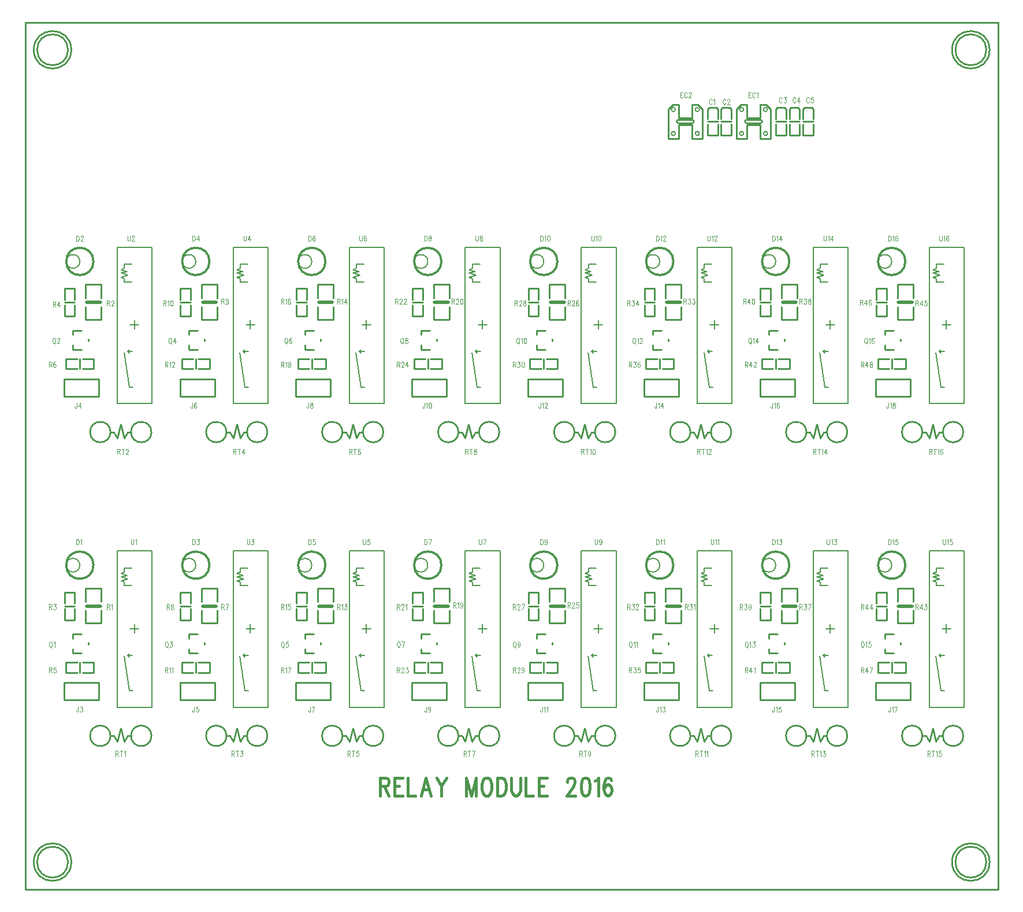
<source format=gbr>
*
*
G04 PADS Layout (Build Number 2005.266.2) generated Gerber (RS-274-X) file*
G04 PC Version=2.1*
*
%IN "cecs_module_relay_1031."*%
*
%MOMM*%
*
%FSLAX35Y35*%
*
*
*
*
G04 PC Standard Apertures*
*
*
G04 Thermal Relief Aperture macro.*
%AMTER*
1,1,$1,0,0*
1,0,$1-$2,0,0*
21,0,$3,$4,0,0,45*
21,0,$3,$4,0,0,135*
%
*
*
G04 Annular Aperture macro.*
%AMANN*
1,1,$1,0,0*
1,0,$2,0,0*
%
*
*
G04 Odd Aperture macro.*
%AMODD*
1,1,$1,0,0*
1,0,$1-0.005,0,0*
%
*
*
G04 PC Custom Aperture Macros*
*
*
*
*
*
*
G04 PC Aperture Table*
*
%ADD012C,0.1524*%
%ADD056C,0.1*%
%ADD058C,0.254*%
%ADD059C,0.3048*%
%ADD109C,0.2*%
%ADD110C,0.508*%
%ADD116C,0.4*%
*
*
*
*
G04 PC Custom Flashes*
G04 Layer Name cecs_module_relay_1031. - flashes*
%LPD*%
*
*
G04 PC Circuitry*
G04 Layer Name cecs_module_relay_1031. - circuitry*
%LPD*%
*
G54D12*
G01X27260000Y17660000D02*
X26750000D01*
Y15370000*
X27260000*
Y17660000*
X26936500Y16522000D02*
X27063500D01*
X27000000Y16585500D02*
Y16458500D01*
X26964500Y17149500D02*
X26854500D01*
Y17199500*
X26804500Y17219500*
X26904500Y17249500*
X26804500Y17279500*
X26894500Y17299500*
X26804500Y17329500*
X26854500Y17349500*
Y17409500*
X26964500*
X26898800Y16128000D02*
X26972000D01*
X26898800D02*
X26924200Y16153400D01*
X26898800Y16128000D02*
X26924200Y16102600D01*
X26975000Y15608000D02*
X26924200D01*
X26848000Y16116000*
X34060000Y22110000D02*
X33550000D01*
Y19820000*
X34060000*
Y22110000*
X33736500Y20972000D02*
X33863500D01*
X33800000Y21035500D02*
Y20908500D01*
X33764500Y21599500D02*
X33654500D01*
Y21649500*
X33604500Y21669500*
X33704500Y21699500*
X33604500Y21729500*
X33694500Y21749500*
X33604500Y21779500*
X33654500Y21799500*
Y21859500*
X33764500*
X33698800Y20578000D02*
X33772000D01*
X33698800D02*
X33724200Y20603400D01*
X33698800Y20578000D02*
X33724200Y20552600D01*
X33775000Y20058000D02*
X33724200D01*
X33648000Y20566000*
X35760000Y17660000D02*
X35250000D01*
Y15370000*
X35760000*
Y17660000*
X35436500Y16522000D02*
X35563500D01*
X35500000Y16585500D02*
Y16458500D01*
X35464500Y17149500D02*
X35354500D01*
Y17199500*
X35304500Y17219500*
X35404500Y17249500*
X35304500Y17279500*
X35394500Y17299500*
X35304500Y17329500*
X35354500Y17349500*
Y17409500*
X35464500*
X35398800Y16128000D02*
X35472000D01*
X35398800D02*
X35424200Y16153400D01*
X35398800Y16128000D02*
X35424200Y16102600D01*
X35475000Y15608000D02*
X35424200D01*
X35348000Y16116000*
X35760000Y22110000D02*
X35250000D01*
Y19820000*
X35760000*
Y22110000*
X35436500Y20972000D02*
X35563500D01*
X35500000Y21035500D02*
Y20908500D01*
X35464500Y21599500D02*
X35354500D01*
Y21649500*
X35304500Y21669500*
X35404500Y21699500*
X35304500Y21729500*
X35394500Y21749500*
X35304500Y21779500*
X35354500Y21799500*
Y21859500*
X35464500*
X35398800Y20578000D02*
X35472000D01*
X35398800D02*
X35424200Y20603400D01*
X35398800Y20578000D02*
X35424200Y20552600D01*
X35475000Y20058000D02*
X35424200D01*
X35348000Y20566000*
X37460000Y17660000D02*
X36950000D01*
Y15370000*
X37460000*
Y17660000*
X37136500Y16522000D02*
X37263500D01*
X37200000Y16585500D02*
Y16458500D01*
X37164500Y17149500D02*
X37054500D01*
Y17199500*
X37004500Y17219500*
X37104500Y17249500*
X37004500Y17279500*
X37094500Y17299500*
X37004500Y17329500*
X37054500Y17349500*
Y17409500*
X37164500*
X37098800Y16128000D02*
X37172000D01*
X37098800D02*
X37124200Y16153400D01*
X37098800Y16128000D02*
X37124200Y16102600D01*
X37175000Y15608000D02*
X37124200D01*
X37048000Y16116000*
X37460000Y22110000D02*
X36950000D01*
Y19820000*
X37460000*
Y22110000*
X37136500Y20972000D02*
X37263500D01*
X37200000Y21035500D02*
Y20908500D01*
X37164500Y21599500D02*
X37054500D01*
Y21649500*
X37004500Y21669500*
X37104500Y21699500*
X37004500Y21729500*
X37094500Y21749500*
X37004500Y21779500*
X37054500Y21799500*
Y21859500*
X37164500*
X37098800Y20578000D02*
X37172000D01*
X37098800D02*
X37124200Y20603400D01*
X37098800Y20578000D02*
X37124200Y20552600D01*
X37175000Y20058000D02*
X37124200D01*
X37048000Y20566000*
X39160000Y17660000D02*
X38650000D01*
Y15370000*
X39160000*
Y17660000*
X38836500Y16522000D02*
X38963500D01*
X38900000Y16585500D02*
Y16458500D01*
X38864500Y17149500D02*
X38754500D01*
Y17199500*
X38704500Y17219500*
X38804500Y17249500*
X38704500Y17279500*
X38794500Y17299500*
X38704500Y17329500*
X38754500Y17349500*
Y17409500*
X38864500*
X38798800Y16128000D02*
X38872000D01*
X38798800D02*
X38824200Y16153400D01*
X38798800Y16128000D02*
X38824200Y16102600D01*
X38875000Y15608000D02*
X38824200D01*
X38748000Y16116000*
X39160000Y22110000D02*
X38650000D01*
Y19820000*
X39160000*
Y22110000*
X38836500Y20972000D02*
X38963500D01*
X38900000Y21035500D02*
Y20908500D01*
X38864500Y21599500D02*
X38754500D01*
Y21649500*
X38704500Y21669500*
X38804500Y21699500*
X38704500Y21729500*
X38794500Y21749500*
X38704500Y21779500*
X38754500Y21799500*
Y21859500*
X38864500*
X38798800Y20578000D02*
X38872000D01*
X38798800D02*
X38824200Y20603400D01*
X38798800Y20578000D02*
X38824200Y20552600D01*
X38875000Y20058000D02*
X38824200D01*
X38748000Y20566000*
X27260000Y22110000D02*
X26750000D01*
Y19820000*
X27260000*
Y22110000*
X26936500Y20972000D02*
X27063500D01*
X27000000Y21035500D02*
Y20908500D01*
X26964500Y21599500D02*
X26854500D01*
Y21649500*
X26804500Y21669500*
X26904500Y21699500*
X26804500Y21729500*
X26894500Y21749500*
X26804500Y21779500*
X26854500Y21799500*
Y21859500*
X26964500*
X26898800Y20578000D02*
X26972000D01*
X26898800D02*
X26924200Y20603400D01*
X26898800Y20578000D02*
X26924200Y20552600D01*
X26975000Y20058000D02*
X26924200D01*
X26848000Y20566000*
X28960000Y17660000D02*
X28450000D01*
Y15370000*
X28960000*
Y17660000*
X28636500Y16522000D02*
X28763500D01*
X28700000Y16585500D02*
Y16458500D01*
X28664500Y17149500D02*
X28554500D01*
Y17199500*
X28504500Y17219500*
X28604500Y17249500*
X28504500Y17279500*
X28594500Y17299500*
X28504500Y17329500*
X28554500Y17349500*
Y17409500*
X28664500*
X28598800Y16128000D02*
X28672000D01*
X28598800D02*
X28624200Y16153400D01*
X28598800Y16128000D02*
X28624200Y16102600D01*
X28675000Y15608000D02*
X28624200D01*
X28548000Y16116000*
X28960000Y22110000D02*
X28450000D01*
Y19820000*
X28960000*
Y22110000*
X28636500Y20972000D02*
X28763500D01*
X28700000Y21035500D02*
Y20908500D01*
X28664500Y21599500D02*
X28554500D01*
Y21649500*
X28504500Y21669500*
X28604500Y21699500*
X28504500Y21729500*
X28594500Y21749500*
X28504500Y21779500*
X28554500Y21799500*
Y21859500*
X28664500*
X28598800Y20578000D02*
X28672000D01*
X28598800D02*
X28624200Y20603400D01*
X28598800Y20578000D02*
X28624200Y20552600D01*
X28675000Y20058000D02*
X28624200D01*
X28548000Y20566000*
X30660000Y17660000D02*
X30150000D01*
Y15370000*
X30660000*
Y17660000*
X30336500Y16522000D02*
X30463500D01*
X30400000Y16585500D02*
Y16458500D01*
X30364500Y17149500D02*
X30254500D01*
Y17199500*
X30204500Y17219500*
X30304500Y17249500*
X30204500Y17279500*
X30294500Y17299500*
X30204500Y17329500*
X30254500Y17349500*
Y17409500*
X30364500*
X30298800Y16128000D02*
X30372000D01*
X30298800D02*
X30324200Y16153400D01*
X30298800Y16128000D02*
X30324200Y16102600D01*
X30375000Y15608000D02*
X30324200D01*
X30248000Y16116000*
X30660000Y22110000D02*
X30150000D01*
Y19820000*
X30660000*
Y22110000*
X30336500Y20972000D02*
X30463500D01*
X30400000Y21035500D02*
Y20908500D01*
X30364500Y21599500D02*
X30254500D01*
Y21649500*
X30204500Y21669500*
X30304500Y21699500*
X30204500Y21729500*
X30294500Y21749500*
X30204500Y21779500*
X30254500Y21799500*
Y21859500*
X30364500*
X30298800Y20578000D02*
X30372000D01*
X30298800D02*
X30324200Y20603400D01*
X30298800Y20578000D02*
X30324200Y20552600D01*
X30375000Y20058000D02*
X30324200D01*
X30248000Y20566000*
X32360000Y17660000D02*
X31850000D01*
Y15370000*
X32360000*
Y17660000*
X32036500Y16522000D02*
X32163500D01*
X32100000Y16585500D02*
Y16458500D01*
X32064500Y17149500D02*
X31954500D01*
Y17199500*
X31904500Y17219500*
X32004500Y17249500*
X31904500Y17279500*
X31994500Y17299500*
X31904500Y17329500*
X31954500Y17349500*
Y17409500*
X32064500*
X31998800Y16128000D02*
X32072000D01*
X31998800D02*
X32024200Y16153400D01*
X31998800Y16128000D02*
X32024200Y16102600D01*
X32075000Y15608000D02*
X32024200D01*
X31948000Y16116000*
X32360000Y22110000D02*
X31850000D01*
Y19820000*
X32360000*
Y22110000*
X32036500Y20972000D02*
X32163500D01*
X32100000Y21035500D02*
Y20908500D01*
X32064500Y21599500D02*
X31954500D01*
Y21649500*
X31904500Y21669500*
X32004500Y21699500*
X31904500Y21729500*
X31994500Y21749500*
X31904500Y21779500*
X31954500Y21799500*
Y21859500*
X32064500*
X31998800Y20578000D02*
X32072000D01*
X31998800D02*
X32024200Y20603400D01*
X31998800Y20578000D02*
X32024200Y20552600D01*
X32075000Y20058000D02*
X32024200D01*
X31948000Y20566000*
X34060000Y17660000D02*
X33550000D01*
Y15370000*
X34060000*
Y17660000*
X33736500Y16522000D02*
X33863500D01*
X33800000Y16585500D02*
Y16458500D01*
X33764500Y17149500D02*
X33654500D01*
Y17199500*
X33604500Y17219500*
X33704500Y17249500*
X33604500Y17279500*
X33694500Y17299500*
X33604500Y17329500*
X33654500Y17349500*
Y17409500*
X33764500*
X33698800Y16128000D02*
X33772000D01*
X33698800D02*
X33724200Y16153400D01*
X33698800Y16128000D02*
X33724200Y16102600D01*
X33775000Y15608000D02*
X33724200D01*
X33648000Y16116000*
G54D56*
X35465909Y24260000D02*
X35463182Y24267500D01*
X35457727Y24275000*
X35452273Y24278750*
X35441364*
X35435909Y24275000*
X35430455Y24267500*
X35430455D02*
X35427727Y24260000D01*
X35425000Y24248750*
Y24230000*
X35427727Y24218750*
X35430455Y24211250*
X35430455D02*
X35435909Y24203750D01*
X35441364Y24200000*
X35452273*
X35457727Y24203750*
X35463182Y24211250*
X35465909Y24218750*
X35490455Y24263750D02*
X35495909Y24267500D01*
X35504091Y24278750*
Y24200000*
X35665909Y24260000D02*
X35663182Y24267500D01*
X35657727Y24275000*
X35652273Y24278750*
X35641364*
X35635909Y24275000*
X35630455Y24267500*
X35630455D02*
X35627727Y24260000D01*
X35625000Y24248750*
Y24230000*
X35627727Y24218750*
X35630455Y24211250*
X35630455D02*
X35635909Y24203750D01*
X35641364Y24200000*
X35652273*
X35657727Y24203750*
X35663182Y24211250*
X35665909Y24218750*
X35693182Y24260000D02*
Y24263750D01*
X35695909Y24271250*
X35698636Y24275000*
X35704091Y24278750*
X35715000*
X35720455Y24275000*
X35720455D02*
X35723182Y24271250D01*
X35725909Y24263750*
Y24256250*
X35723182Y24248750*
X35717727Y24237500*
X35690455Y24200000*
X35690455D02*
X35728636D01*
X36490909Y24285000D02*
X36488182Y24292500D01*
X36482727Y24300000*
X36477273Y24303750*
X36466364*
X36460909Y24300000*
X36455455Y24292500*
X36455455D02*
X36452727Y24285000D01*
X36450000Y24273750*
Y24255000*
X36452727Y24243750*
X36455455Y24236250*
X36455455D02*
X36460909Y24228750D01*
X36466364Y24225000*
X36477273*
X36482727Y24228750*
X36488182Y24236250*
X36490909Y24243750*
X36520909Y24303750D02*
X36550909D01*
X36534545Y24273750*
X36542727*
X36548182Y24270000*
X36550909Y24266250*
X36553636Y24255000*
Y24247500*
X36550909Y24236250*
X36545455Y24228750*
X36545455D02*
X36537273Y24225000D01*
X36529091*
X36520909Y24228750*
X36518182Y24232500*
X36515455Y24240000*
X36690909Y24285000D02*
X36688182Y24292500D01*
X36682727Y24300000*
X36677273Y24303750*
X36666364*
X36660909Y24300000*
X36655455Y24292500*
X36655455D02*
X36652727Y24285000D01*
X36650000Y24273750*
Y24255000*
X36652727Y24243750*
X36655455Y24236250*
X36655455D02*
X36660909Y24228750D01*
X36666364Y24225000*
X36677273*
X36682727Y24228750*
X36688182Y24236250*
X36690909Y24243750*
X36742727Y24303750D02*
X36715455Y24251250D01*
X36715455D02*
X36756364D01*
X36742727Y24303750D02*
Y24225000D01*
X36890909Y24285000D02*
X36888182Y24292500D01*
X36882727Y24300000*
X36877273Y24303750*
X36866364*
X36860909Y24300000*
X36855455Y24292500*
X36855455D02*
X36852727Y24285000D01*
X36850000Y24273750*
Y24255000*
X36852727Y24243750*
X36855455Y24236250*
X36855455D02*
X36860909Y24228750D01*
X36866364Y24225000*
X36877273*
X36882727Y24228750*
X36888182Y24236250*
X36890909Y24243750*
X36950909Y24303750D02*
X36923636D01*
X36920909Y24270000*
X36923636Y24273750*
X36931818Y24277500*
X36940000*
X36948182Y24273750*
X36953636Y24266250*
X36956364Y24255000*
X36953636Y24247500*
X36950909Y24236250*
X36945455Y24228750*
X36945455D02*
X36937273Y24225000D01*
X36929091*
X36920909Y24228750*
X36918182Y24232500*
X36915455Y24240000*
X26150000Y17828750D02*
Y17750000D01*
Y17828750D02*
X26169091D01*
X26177273Y17825000*
X26182727Y17817500*
X26185455Y17810000*
X26185455D02*
X26188182Y17798750D01*
Y17780000*
X26185455Y17768750*
X26185455D02*
X26182727Y17761250D01*
X26177273Y17753750*
X26169091Y17750000*
X26150000*
X26212727Y17813750D02*
X26218182Y17817500D01*
X26226364Y17828750*
Y17750000*
X32950000Y22278750D02*
Y22200000D01*
Y22278750D02*
X32969091D01*
X32977273Y22275000*
X32982727Y22267500*
X32985455Y22260000*
X32985455D02*
X32988182Y22248750D01*
Y22230000*
X32985455Y22218750*
X32985455D02*
X32982727Y22211250D01*
X32977273Y22203750*
X32969091Y22200000*
X32950000*
X33012727Y22263750D02*
X33018182Y22267500D01*
X33026364Y22278750*
Y22200000*
X33067273Y22278750D02*
X33059091Y22275000D01*
X33053636Y22263750*
X33050909Y22245000*
Y22233750*
X33053636Y22215000*
X33059091Y22203750*
X33067273Y22200000*
X33072727*
X33080909Y22203750*
X33086364Y22215000*
X33089091Y22233750*
Y22245000*
X33086364Y22263750*
X33080909Y22275000*
X33072727Y22278750*
X33067273*
X34650000Y17828750D02*
Y17750000D01*
Y17828750D02*
X34669091D01*
X34677273Y17825000*
X34682727Y17817500*
X34685455Y17810000*
X34685455D02*
X34688182Y17798750D01*
Y17780000*
X34685455Y17768750*
X34685455D02*
X34682727Y17761250D01*
X34677273Y17753750*
X34669091Y17750000*
X34650000*
X34712727Y17813750D02*
X34718182Y17817500D01*
X34726364Y17828750*
Y17750000*
X34750909Y17813750D02*
X34756364Y17817500D01*
X34764545Y17828750*
Y17750000*
X34650000Y22278750D02*
Y22200000D01*
Y22278750D02*
X34669091D01*
X34677273Y22275000*
X34682727Y22267500*
X34685455Y22260000*
X34685455D02*
X34688182Y22248750D01*
Y22230000*
X34685455Y22218750*
X34685455D02*
X34682727Y22211250D01*
X34677273Y22203750*
X34669091Y22200000*
X34650000*
X34712727Y22263750D02*
X34718182Y22267500D01*
X34726364Y22278750*
Y22200000*
X34753636Y22260000D02*
Y22263750D01*
X34756364Y22271250*
X34759091Y22275000*
X34764545Y22278750*
X34775455*
X34775455D02*
X34780909Y22275000D01*
X34783636Y22271250*
X34786364Y22263750*
Y22256250*
X34783636Y22248750*
X34778182Y22237500*
X34750909Y22200000*
X34789091*
X36350000Y17828750D02*
Y17750000D01*
Y17828750D02*
X36369091D01*
X36377273Y17825000*
X36382727Y17817500*
X36385455Y17810000*
X36385455D02*
X36388182Y17798750D01*
Y17780000*
X36385455Y17768750*
X36385455D02*
X36382727Y17761250D01*
X36377273Y17753750*
X36369091Y17750000*
X36350000*
X36412727Y17813750D02*
X36418182Y17817500D01*
X36426364Y17828750*
Y17750000*
X36456364Y17828750D02*
X36486364D01*
X36470000Y17798750*
X36478182*
X36483636Y17795000*
X36486364Y17791250*
X36489091Y17780000*
Y17772500*
X36486364Y17761250*
X36480909Y17753750*
X36472727Y17750000*
X36464545*
X36456364Y17753750*
X36453636Y17757500*
X36450909Y17765000*
X36350000Y22278750D02*
Y22200000D01*
Y22278750D02*
X36369091D01*
X36377273Y22275000*
X36382727Y22267500*
X36385455Y22260000*
X36385455D02*
X36388182Y22248750D01*
Y22230000*
X36385455Y22218750*
X36385455D02*
X36382727Y22211250D01*
X36377273Y22203750*
X36369091Y22200000*
X36350000*
X36412727Y22263750D02*
X36418182Y22267500D01*
X36426364Y22278750*
Y22200000*
X36478182Y22278750D02*
X36450909Y22226250D01*
X36491818*
X36478182Y22278750D02*
Y22200000D01*
X38050000Y17828750D02*
Y17750000D01*
Y17828750D02*
X38069091D01*
X38077273Y17825000*
X38082727Y17817500*
X38085455Y17810000*
X38085455D02*
X38088182Y17798750D01*
Y17780000*
X38085455Y17768750*
X38085455D02*
X38082727Y17761250D01*
X38077273Y17753750*
X38069091Y17750000*
X38050000*
X38112727Y17813750D02*
X38118182Y17817500D01*
X38126364Y17828750*
Y17750000*
X38186364Y17828750D02*
X38159091D01*
X38156364Y17795000*
X38159091Y17798750*
X38167273Y17802500*
X38175455*
X38175455D02*
X38183636Y17798750D01*
X38189091Y17791250*
X38191818Y17780000*
X38189091Y17772500*
X38186364Y17761250*
X38180909Y17753750*
X38172727Y17750000*
X38164545*
X38156364Y17753750*
X38153636Y17757500*
X38150909Y17765000*
X38050000Y22278750D02*
Y22200000D01*
Y22278750D02*
X38069091D01*
X38077273Y22275000*
X38082727Y22267500*
X38085455Y22260000*
X38085455D02*
X38088182Y22248750D01*
Y22230000*
X38085455Y22218750*
X38085455D02*
X38082727Y22211250D01*
X38077273Y22203750*
X38069091Y22200000*
X38050000*
X38112727Y22263750D02*
X38118182Y22267500D01*
X38126364Y22278750*
Y22200000*
X38183636Y22267500D02*
X38180909Y22275000D01*
X38172727Y22278750*
X38167273*
X38159091Y22275000*
X38153636Y22263750*
X38150909Y22245000*
Y22226250*
X38153636Y22211250*
X38159091Y22203750*
X38167273Y22200000*
X38170000*
X38178182Y22203750*
X38183636Y22211250*
X38186364Y22222500*
Y22226250*
X38183636Y22237500*
X38178182Y22245000*
X38170000Y22248750*
X38167273*
X38159091Y22245000*
X38153636Y22237500*
X38150909Y22226250*
X26150000Y22278750D02*
Y22200000D01*
Y22278750D02*
X26169091D01*
X26177273Y22275000*
X26182727Y22267500*
X26185455Y22260000*
X26185455D02*
X26188182Y22248750D01*
Y22230000*
X26185455Y22218750*
X26185455D02*
X26182727Y22211250D01*
X26177273Y22203750*
X26169091Y22200000*
X26150000*
X26215455Y22260000D02*
Y22263750D01*
X26215455D02*
X26218182Y22271250D01*
X26220909Y22275000*
X26226364Y22278750*
X26237273*
X26242727Y22275000*
X26245455Y22271250*
X26245455D02*
X26248182Y22263750D01*
Y22256250*
X26245455Y22248750*
X26245455D02*
X26240000Y22237500D01*
X26212727Y22200000*
X26250909*
X27850000Y17828750D02*
Y17750000D01*
Y17828750D02*
X27869091D01*
X27877273Y17825000*
X27882727Y17817500*
X27885455Y17810000*
X27885455D02*
X27888182Y17798750D01*
Y17780000*
X27885455Y17768750*
X27885455D02*
X27882727Y17761250D01*
X27877273Y17753750*
X27869091Y17750000*
X27850000*
X27918182Y17828750D02*
X27948182D01*
X27931818Y17798750*
X27940000*
X27945455Y17795000*
X27945455D02*
X27948182Y17791250D01*
X27950909Y17780000*
Y17772500*
X27948182Y17761250*
X27942727Y17753750*
X27934545Y17750000*
X27926364*
X27918182Y17753750*
X27915455Y17757500*
X27915455D02*
X27912727Y17765000D01*
X27850000Y22278750D02*
Y22200000D01*
Y22278750D02*
X27869091D01*
X27877273Y22275000*
X27882727Y22267500*
X27885455Y22260000*
X27885455D02*
X27888182Y22248750D01*
Y22230000*
X27885455Y22218750*
X27885455D02*
X27882727Y22211250D01*
X27877273Y22203750*
X27869091Y22200000*
X27850000*
X27940000Y22278750D02*
X27912727Y22226250D01*
X27953636*
X27940000Y22278750D02*
Y22200000D01*
X29550000Y17828750D02*
Y17750000D01*
Y17828750D02*
X29569091D01*
X29577273Y17825000*
X29582727Y17817500*
X29585455Y17810000*
X29585455D02*
X29588182Y17798750D01*
Y17780000*
X29585455Y17768750*
X29585455D02*
X29582727Y17761250D01*
X29577273Y17753750*
X29569091Y17750000*
X29550000*
X29648182Y17828750D02*
X29620909D01*
X29618182Y17795000*
X29620909Y17798750*
X29629091Y17802500*
X29637273*
X29645455Y17798750*
X29645455D02*
X29650909Y17791250D01*
X29653636Y17780000*
X29650909Y17772500*
X29648182Y17761250*
X29642727Y17753750*
X29634545Y17750000*
X29626364*
X29618182Y17753750*
X29615455Y17757500*
X29615455D02*
X29612727Y17765000D01*
X29550000Y22278750D02*
Y22200000D01*
Y22278750D02*
X29569091D01*
X29577273Y22275000*
X29582727Y22267500*
X29585455Y22260000*
X29585455D02*
X29588182Y22248750D01*
Y22230000*
X29585455Y22218750*
X29585455D02*
X29582727Y22211250D01*
X29577273Y22203750*
X29569091Y22200000*
X29550000*
X29645455Y22267500D02*
X29642727Y22275000D01*
X29634545Y22278750*
X29629091*
X29620909Y22275000*
X29615455Y22263750*
X29615455D02*
X29612727Y22245000D01*
Y22226250*
X29615455Y22211250*
X29615455D02*
X29620909Y22203750D01*
X29629091Y22200000*
X29631818*
X29640000Y22203750*
X29645455Y22211250*
X29645455D02*
X29648182Y22222500D01*
Y22226250*
X29645455Y22237500*
X29645455D02*
X29640000Y22245000D01*
X29631818Y22248750*
X29629091*
X29620909Y22245000*
X29615455Y22237500*
X29615455D02*
X29612727Y22226250D01*
X31250000Y17828750D02*
Y17750000D01*
Y17828750D02*
X31269091D01*
X31277273Y17825000*
X31282727Y17817500*
X31285455Y17810000*
X31285455D02*
X31288182Y17798750D01*
Y17780000*
X31285455Y17768750*
X31285455D02*
X31282727Y17761250D01*
X31277273Y17753750*
X31269091Y17750000*
X31250000*
X31350909Y17828750D02*
X31323636Y17750000D01*
X31312727Y17828750D02*
X31350909D01*
X31250000Y22278750D02*
Y22200000D01*
Y22278750D02*
X31269091D01*
X31277273Y22275000*
X31282727Y22267500*
X31285455Y22260000*
X31285455D02*
X31288182Y22248750D01*
Y22230000*
X31285455Y22218750*
X31285455D02*
X31282727Y22211250D01*
X31277273Y22203750*
X31269091Y22200000*
X31250000*
X31326364Y22278750D02*
X31318182Y22275000D01*
X31315455Y22267500*
X31315455D02*
Y22260000D01*
X31315455D02*
X31318182Y22252500D01*
X31323636Y22248750*
X31334545Y22245000*
X31342727Y22241250*
X31348182Y22233750*
X31350909Y22226250*
Y22215000*
X31348182Y22207500*
X31345455Y22203750*
X31345455D02*
X31337273Y22200000D01*
X31326364*
X31318182Y22203750*
X31315455Y22207500*
X31315455D02*
X31312727Y22215000D01*
Y22226250*
X31315455Y22233750*
X31315455D02*
X31320909Y22241250D01*
X31329091Y22245000*
X31340000Y22248750*
X31345455Y22252500*
X31345455D02*
X31348182Y22260000D01*
Y22267500*
X31345455Y22275000*
X31345455D02*
X31337273Y22278750D01*
X31326364*
X32950000Y17828750D02*
Y17750000D01*
Y17828750D02*
X32969091D01*
X32977273Y17825000*
X32982727Y17817500*
X32985455Y17810000*
X32985455D02*
X32988182Y17798750D01*
Y17780000*
X32985455Y17768750*
X32985455D02*
X32982727Y17761250D01*
X32977273Y17753750*
X32969091Y17750000*
X32950000*
X33048182Y17802500D02*
X33045455Y17791250D01*
X33045455D02*
X33040000Y17783750D01*
X33031818Y17780000*
X33029091*
X33020909Y17783750*
X33015455Y17791250*
X33015455D02*
X33012727Y17802500D01*
Y17806250*
X33015455Y17817500*
X33015455D02*
X33020909Y17825000D01*
X33029091Y17828750*
X33031818*
X33040000Y17825000*
X33045455Y17817500*
X33045455D02*
X33048182Y17802500D01*
Y17783750*
X33045455Y17765000*
X33045455D02*
X33040000Y17753750D01*
X33031818Y17750000*
X33026364*
X33018182Y17753750*
X33015455Y17761250*
X36000000Y24378750D02*
Y24300000D01*
Y24378750D02*
X36035455D01*
X36000000Y24341250D02*
X36021818D01*
X36000000Y24300000D02*
X36035455D01*
X36100909Y24360000D02*
X36098182Y24367500D01*
X36092727Y24375000*
X36087273Y24378750*
X36076364*
X36070909Y24375000*
X36065455Y24367500*
X36065455D02*
X36062727Y24360000D01*
X36060000Y24348750*
Y24330000*
X36062727Y24318750*
X36065455Y24311250*
X36065455D02*
X36070909Y24303750D01*
X36076364Y24300000*
X36087273*
X36092727Y24303750*
X36098182Y24311250*
X36100909Y24318750*
X36125455Y24363750D02*
X36130909Y24367500D01*
X36139091Y24378750*
Y24300000*
X35000000Y24378750D02*
Y24300000D01*
Y24378750D02*
X35035455D01*
X35000000Y24341250D02*
X35021818D01*
X35000000Y24300000D02*
X35035455D01*
X35100909Y24360000D02*
X35098182Y24367500D01*
X35092727Y24375000*
X35087273Y24378750*
X35076364*
X35070909Y24375000*
X35065455Y24367500*
X35065455D02*
X35062727Y24360000D01*
X35060000Y24348750*
Y24330000*
X35062727Y24318750*
X35065455Y24311250*
X35065455D02*
X35070909Y24303750D01*
X35076364Y24300000*
X35087273*
X35092727Y24303750*
X35098182Y24311250*
X35100909Y24318750*
X35128182Y24360000D02*
Y24363750D01*
X35130909Y24371250*
X35133636Y24375000*
X35139091Y24378750*
X35150000*
X35155455Y24375000*
X35155455D02*
X35158182Y24371250D01*
X35160909Y24363750*
Y24356250*
X35158182Y24348750*
X35152727Y24337500*
X35125455Y24300000*
X35125455D02*
X35163636D01*
X31252273Y19828750D02*
Y19768750D01*
X31249545Y19757500*
X31249545D02*
X31246818Y19753750D01*
X31241364Y19750000*
X31235909*
X31230455Y19753750*
X31227727Y19757500*
X31225000Y19768750*
Y19776250*
X31276818Y19813750D02*
X31282273Y19817500D01*
X31290455Y19828750*
Y19750000*
X31331364Y19828750D02*
X31323182Y19825000D01*
X31317727Y19813750*
X31315000Y19795000*
Y19783750*
X31317727Y19765000*
X31323182Y19753750*
X31331364Y19750000*
X31336818*
X31345000Y19753750*
X31350455Y19765000*
X31353182Y19783750*
Y19795000*
X31350455Y19813750*
X31345000Y19825000*
X31336818Y19828750*
X31331364*
X32977273Y15378750D02*
Y15318750D01*
X32974545Y15307500*
X32974545D02*
X32971818Y15303750D01*
X32966364Y15300000*
X32960909*
X32955455Y15303750*
X32952727Y15307500*
X32950000Y15318750*
Y15326250*
X33001818Y15363750D02*
X33007273Y15367500D01*
X33015455Y15378750*
Y15300000*
X33040000Y15363750D02*
X33045455Y15367500D01*
X33053636Y15378750*
Y15300000*
X32952273Y19828750D02*
Y19768750D01*
X32949545Y19757500*
X32949545D02*
X32946818Y19753750D01*
X32941364Y19750000*
X32935909*
X32930455Y19753750*
X32927727Y19757500*
X32925000Y19768750*
Y19776250*
X32976818Y19813750D02*
X32982273Y19817500D01*
X32990455Y19828750*
Y19750000*
X33017727Y19810000D02*
Y19813750D01*
X33020455Y19821250*
X33023182Y19825000*
X33028636Y19828750*
X33039545*
X33039545D02*
X33045000Y19825000D01*
X33047727Y19821250*
X33050455Y19813750*
Y19806250*
X33047727Y19798750*
X33042273Y19787500*
X33015000Y19750000*
X33053182*
X34677273Y15378750D02*
Y15318750D01*
X34674545Y15307500*
X34674545D02*
X34671818Y15303750D01*
X34666364Y15300000*
X34660909*
X34655455Y15303750*
X34652727Y15307500*
X34650000Y15318750*
Y15326250*
X34701818Y15363750D02*
X34707273Y15367500D01*
X34715455Y15378750*
Y15300000*
X34745455Y15378750D02*
X34775455D01*
X34759091Y15348750*
X34767273*
X34772727Y15345000*
X34775455Y15341250*
X34778182Y15330000*
Y15322500*
X34775455Y15311250*
X34770000Y15303750*
X34761818Y15300000*
X34753636*
X34745455Y15303750*
X34742727Y15307500*
X34740000Y15315000*
X34652273Y19828750D02*
Y19768750D01*
X34649545Y19757500*
X34649545D02*
X34646818Y19753750D01*
X34641364Y19750000*
X34635909*
X34630455Y19753750*
X34627727Y19757500*
X34625000Y19768750*
Y19776250*
X34676818Y19813750D02*
X34682273Y19817500D01*
X34690455Y19828750*
Y19750000*
X34742273Y19828750D02*
X34715000Y19776250D01*
X34755909*
X34742273Y19828750D02*
Y19750000D01*
X36377273Y15378750D02*
Y15318750D01*
X36374545Y15307500*
X36374545D02*
X36371818Y15303750D01*
X36366364Y15300000*
X36360909*
X36355455Y15303750*
X36352727Y15307500*
X36350000Y15318750*
Y15326250*
X36401818Y15363750D02*
X36407273Y15367500D01*
X36415455Y15378750*
Y15300000*
X36475455Y15378750D02*
X36448182D01*
X36445455Y15345000*
X36448182Y15348750*
X36456364Y15352500*
X36464545*
X36464545D02*
X36472727Y15348750D01*
X36478182Y15341250*
X36480909Y15330000*
X36478182Y15322500*
X36475455Y15311250*
X36470000Y15303750*
X36461818Y15300000*
X36453636*
X36445455Y15303750*
X36442727Y15307500*
X36440000Y15315000*
X36352273Y19828750D02*
Y19768750D01*
X36349545Y19757500*
X36349545D02*
X36346818Y19753750D01*
X36341364Y19750000*
X36335909*
X36330455Y19753750*
X36327727Y19757500*
X36325000Y19768750*
Y19776250*
X36376818Y19813750D02*
X36382273Y19817500D01*
X36390455Y19828750*
Y19750000*
X36447727Y19817500D02*
X36445000Y19825000D01*
X36436818Y19828750*
X36431364*
X36423182Y19825000*
X36417727Y19813750*
X36415000Y19795000*
Y19776250*
X36417727Y19761250*
X36423182Y19753750*
X36431364Y19750000*
X36434091*
X36442273Y19753750*
X36447727Y19761250*
X36450455Y19772500*
Y19776250*
X36447727Y19787500*
X36442273Y19795000*
X36434091Y19798750*
X36431364*
X36423182Y19795000*
X36417727Y19787500*
X36415000Y19776250*
X38077273Y15378750D02*
Y15318750D01*
X38074545Y15307500*
X38074545D02*
X38071818Y15303750D01*
X38066364Y15300000*
X38060909*
X38055455Y15303750*
X38052727Y15307500*
X38050000Y15318750*
Y15326250*
X38101818Y15363750D02*
X38107273Y15367500D01*
X38115455Y15378750*
Y15300000*
X38178182Y15378750D02*
X38150909Y15300000D01*
X38140000Y15378750D02*
X38178182D01*
X38052273Y19828750D02*
Y19768750D01*
X38049545Y19757500*
X38049545D02*
X38046818Y19753750D01*
X38041364Y19750000*
X38035909*
X38030455Y19753750*
X38027727Y19757500*
X38025000Y19768750*
Y19776250*
X38076818Y19813750D02*
X38082273Y19817500D01*
X38090455Y19828750*
Y19750000*
X38128636Y19828750D02*
X38120455Y19825000D01*
X38117727Y19817500*
Y19810000*
X38120455Y19802500*
X38125909Y19798750*
X38136818Y19795000*
X38145000Y19791250*
X38150455Y19783750*
X38153182Y19776250*
Y19765000*
X38150455Y19757500*
X38147727Y19753750*
X38139545Y19750000*
X38139545D02*
X38128636D01*
X38120455Y19753750*
X38117727Y19757500*
X38115000Y19765000*
Y19776250*
X38117727Y19783750*
X38123182Y19791250*
X38131364Y19795000*
X38142273Y19798750*
X38147727Y19802500*
X38150455Y19810000*
Y19817500*
X38147727Y19825000*
X38139545Y19828750*
X38139545D02*
X38128636D01*
X26177273Y15378750D02*
Y15318750D01*
X26174545Y15307500*
X26174545D02*
X26171818Y15303750D01*
X26166364Y15300000*
X26160909*
X26155455Y15303750*
X26152727Y15307500*
X26150000Y15318750*
Y15326250*
X26207273Y15378750D02*
X26237273D01*
X26220909Y15348750*
X26229091*
X26234545Y15345000*
X26234545D02*
X26237273Y15341250D01*
X26240000Y15330000*
Y15322500*
X26237273Y15311250*
X26231818Y15303750*
X26223636Y15300000*
X26215455*
X26207273Y15303750*
X26204545Y15307500*
X26204545D02*
X26201818Y15315000D01*
X26152273Y19828750D02*
Y19768750D01*
X26149545Y19757500*
X26149545D02*
X26146818Y19753750D01*
X26141364Y19750000*
X26135909*
X26130455Y19753750*
X26127727Y19757500*
X26125000Y19768750*
Y19776250*
X26204091Y19828750D02*
X26176818Y19776250D01*
X26217727*
X26204091Y19828750D02*
Y19750000D01*
X27877273Y15378750D02*
Y15318750D01*
X27874545Y15307500*
X27874545D02*
X27871818Y15303750D01*
X27866364Y15300000*
X27860909*
X27855455Y15303750*
X27852727Y15307500*
X27850000Y15318750*
Y15326250*
X27937273Y15378750D02*
X27910000D01*
X27907273Y15345000*
X27910000Y15348750*
X27918182Y15352500*
X27926364*
X27934545Y15348750*
X27934545D02*
X27940000Y15341250D01*
X27942727Y15330000*
X27940000Y15322500*
X27937273Y15311250*
X27931818Y15303750*
X27923636Y15300000*
X27915455*
X27907273Y15303750*
X27904545Y15307500*
X27904545D02*
X27901818Y15315000D01*
X27852273Y19828750D02*
Y19768750D01*
X27849545Y19757500*
X27849545D02*
X27846818Y19753750D01*
X27841364Y19750000*
X27835909*
X27830455Y19753750*
X27827727Y19757500*
X27825000Y19768750*
Y19776250*
X27909545Y19817500D02*
X27906818Y19825000D01*
X27898636Y19828750*
X27893182*
X27885000Y19825000*
X27879545Y19813750*
X27879545D02*
X27876818Y19795000D01*
Y19776250*
X27879545Y19761250*
X27879545D02*
X27885000Y19753750D01*
X27893182Y19750000*
X27895909*
X27904091Y19753750*
X27909545Y19761250*
X27909545D02*
X27912273Y19772500D01*
Y19776250*
X27909545Y19787500*
X27909545D02*
X27904091Y19795000D01*
X27895909Y19798750*
X27893182*
X27885000Y19795000*
X27879545Y19787500*
X27879545D02*
X27876818Y19776250D01*
X29577273Y15378750D02*
Y15318750D01*
X29574545Y15307500*
X29574545D02*
X29571818Y15303750D01*
X29566364Y15300000*
X29560909*
X29555455Y15303750*
X29552727Y15307500*
X29550000Y15318750*
Y15326250*
X29640000Y15378750D02*
X29612727Y15300000D01*
X29601818Y15378750D02*
X29640000D01*
X29552273Y19828750D02*
Y19768750D01*
X29549545Y19757500*
X29549545D02*
X29546818Y19753750D01*
X29541364Y19750000*
X29535909*
X29530455Y19753750*
X29527727Y19757500*
X29525000Y19768750*
Y19776250*
X29590455Y19828750D02*
X29582273Y19825000D01*
X29579545Y19817500*
X29579545D02*
Y19810000D01*
X29579545D02*
X29582273Y19802500D01*
X29587727Y19798750*
X29598636Y19795000*
X29606818Y19791250*
X29612273Y19783750*
X29615000Y19776250*
Y19765000*
X29612273Y19757500*
X29609545Y19753750*
X29609545D02*
X29601364Y19750000D01*
X29590455*
X29582273Y19753750*
X29579545Y19757500*
X29579545D02*
X29576818Y19765000D01*
Y19776250*
X29579545Y19783750*
X29579545D02*
X29585000Y19791250D01*
X29593182Y19795000*
X29604091Y19798750*
X29609545Y19802500*
X29609545D02*
X29612273Y19810000D01*
Y19817500*
X29609545Y19825000*
X29609545D02*
X29601364Y19828750D01*
X29590455*
X31277273Y15378750D02*
Y15318750D01*
X31274545Y15307500*
X31274545D02*
X31271818Y15303750D01*
X31266364Y15300000*
X31260909*
X31255455Y15303750*
X31252727Y15307500*
X31250000Y15318750*
Y15326250*
X31337273Y15352500D02*
X31334545Y15341250D01*
X31334545D02*
X31329091Y15333750D01*
X31320909Y15330000*
X31318182*
X31310000Y15333750*
X31304545Y15341250*
X31304545D02*
X31301818Y15352500D01*
Y15356250*
X31304545Y15367500*
X31304545D02*
X31310000Y15375000D01*
X31318182Y15378750*
X31320909*
X31329091Y15375000*
X31334545Y15367500*
X31334545D02*
X31337273Y15352500D01*
Y15333750*
X31334545Y15315000*
X31334545D02*
X31329091Y15303750D01*
X31320909Y15300000*
X31315455*
X31307273Y15303750*
X31304545Y15311250*
X25766364Y16328750D02*
X25760909Y16325000D01*
X25755455Y16317500*
X25755455D02*
X25752727Y16310000D01*
X25750000Y16298750*
Y16280000*
X25752727Y16268750*
X25755455Y16261250*
X25755455D02*
X25760909Y16253750D01*
X25766364Y16250000*
X25777273*
X25782727Y16253750*
X25788182Y16261250*
X25790909Y16268750*
X25793636Y16280000*
Y16298750*
X25790909Y16310000*
X25788182Y16317500*
X25782727Y16325000*
X25777273Y16328750*
X25766364*
X25774545Y16265000D02*
X25790909Y16242500D01*
X25818182Y16313750D02*
X25823636Y16317500D01*
X25831818Y16328750*
Y16250000*
X32616364Y20778750D02*
X32610909Y20775000D01*
X32605455Y20767500*
X32605455D02*
X32602727Y20760000D01*
X32600000Y20748750*
Y20730000*
X32602727Y20718750*
X32605455Y20711250*
X32605455D02*
X32610909Y20703750D01*
X32616364Y20700000*
X32627273*
X32632727Y20703750*
X32638182Y20711250*
X32640909Y20718750*
X32643636Y20730000*
Y20748750*
X32640909Y20760000*
X32638182Y20767500*
X32632727Y20775000*
X32627273Y20778750*
X32616364*
X32624545Y20715000D02*
X32640909Y20692500D01*
X32668182Y20763750D02*
X32673636Y20767500D01*
X32681818Y20778750*
Y20700000*
X32722727Y20778750D02*
X32714545Y20775000D01*
X32709091Y20763750*
X32706364Y20745000*
Y20733750*
X32709091Y20715000*
X32714545Y20703750*
X32722727Y20700000*
X32728182*
X32736364Y20703750*
X32741818Y20715000*
X32744545Y20733750*
Y20745000*
X32741818Y20763750*
X32736364Y20775000*
X32728182Y20778750*
X32722727*
X34266364Y16328750D02*
X34260909Y16325000D01*
X34255455Y16317500*
X34255455D02*
X34252727Y16310000D01*
X34250000Y16298750*
Y16280000*
X34252727Y16268750*
X34255455Y16261250*
X34255455D02*
X34260909Y16253750D01*
X34266364Y16250000*
X34277273*
X34282727Y16253750*
X34288182Y16261250*
X34290909Y16268750*
X34293636Y16280000*
Y16298750*
X34290909Y16310000*
X34288182Y16317500*
X34282727Y16325000*
X34277273Y16328750*
X34266364*
X34274545Y16265000D02*
X34290909Y16242500D01*
X34318182Y16313750D02*
X34323636Y16317500D01*
X34331818Y16328750*
Y16250000*
X34356364Y16313750D02*
X34361818Y16317500D01*
X34370000Y16328750*
Y16250000*
X34316364Y20778750D02*
X34310909Y20775000D01*
X34305455Y20767500*
X34305455D02*
X34302727Y20760000D01*
X34300000Y20748750*
Y20730000*
X34302727Y20718750*
X34305455Y20711250*
X34305455D02*
X34310909Y20703750D01*
X34316364Y20700000*
X34327273*
X34332727Y20703750*
X34338182Y20711250*
X34340909Y20718750*
X34343636Y20730000*
Y20748750*
X34340909Y20760000*
X34338182Y20767500*
X34332727Y20775000*
X34327273Y20778750*
X34316364*
X34324545Y20715000D02*
X34340909Y20692500D01*
X34368182Y20763750D02*
X34373636Y20767500D01*
X34381818Y20778750*
Y20700000*
X34409091Y20760000D02*
Y20763750D01*
X34411818Y20771250*
X34414545Y20775000*
X34420000Y20778750*
X34430909*
X34436364Y20775000*
X34439091Y20771250*
X34441818Y20763750*
Y20756250*
X34439091Y20748750*
X34433636Y20737500*
X34406364Y20700000*
X34444545*
X35966364Y16328750D02*
X35960909Y16325000D01*
X35955455Y16317500*
X35955455D02*
X35952727Y16310000D01*
X35950000Y16298750*
Y16280000*
X35952727Y16268750*
X35955455Y16261250*
X35955455D02*
X35960909Y16253750D01*
X35966364Y16250000*
X35977273*
X35982727Y16253750*
X35988182Y16261250*
X35990909Y16268750*
X35993636Y16280000*
Y16298750*
X35990909Y16310000*
X35988182Y16317500*
X35982727Y16325000*
X35977273Y16328750*
X35966364*
X35974545Y16265000D02*
X35990909Y16242500D01*
X36018182Y16313750D02*
X36023636Y16317500D01*
X36031818Y16328750*
Y16250000*
X36061818Y16328750D02*
X36091818D01*
X36075455Y16298750*
X36075455D02*
X36083636D01*
X36089091Y16295000*
X36091818Y16291250*
X36094545Y16280000*
Y16272500*
X36091818Y16261250*
X36086364Y16253750*
X36078182Y16250000*
X36070000*
X36061818Y16253750*
X36059091Y16257500*
X36056364Y16265000*
X36016364Y20778750D02*
X36010909Y20775000D01*
X36005455Y20767500*
X36005455D02*
X36002727Y20760000D01*
X36000000Y20748750*
Y20730000*
X36002727Y20718750*
X36005455Y20711250*
X36005455D02*
X36010909Y20703750D01*
X36016364Y20700000*
X36027273*
X36032727Y20703750*
X36038182Y20711250*
X36040909Y20718750*
X36043636Y20730000*
Y20748750*
X36040909Y20760000*
X36038182Y20767500*
X36032727Y20775000*
X36027273Y20778750*
X36016364*
X36024545Y20715000D02*
X36040909Y20692500D01*
X36068182Y20763750D02*
X36073636Y20767500D01*
X36081818Y20778750*
Y20700000*
X36133636Y20778750D02*
X36106364Y20726250D01*
X36147273*
X36133636Y20778750D02*
Y20700000D01*
X37666364Y16328750D02*
X37660909Y16325000D01*
X37655455Y16317500*
X37655455D02*
X37652727Y16310000D01*
X37650000Y16298750*
Y16280000*
X37652727Y16268750*
X37655455Y16261250*
X37655455D02*
X37660909Y16253750D01*
X37666364Y16250000*
X37677273*
X37682727Y16253750*
X37688182Y16261250*
X37690909Y16268750*
X37693636Y16280000*
Y16298750*
X37690909Y16310000*
X37688182Y16317500*
X37682727Y16325000*
X37677273Y16328750*
X37666364*
X37674545Y16265000D02*
X37690909Y16242500D01*
X37718182Y16313750D02*
X37723636Y16317500D01*
X37731818Y16328750*
Y16250000*
X37791818Y16328750D02*
X37764545D01*
X37761818Y16295000*
X37764545Y16298750*
X37772727Y16302500*
X37780909*
X37789091Y16298750*
X37794545Y16291250*
X37797273Y16280000*
X37794545Y16272500*
X37791818Y16261250*
X37786364Y16253750*
X37778182Y16250000*
X37770000*
X37761818Y16253750*
X37759091Y16257500*
X37756364Y16265000*
X37716364Y20778750D02*
X37710909Y20775000D01*
X37705455Y20767500*
X37705455D02*
X37702727Y20760000D01*
X37700000Y20748750*
Y20730000*
X37702727Y20718750*
X37705455Y20711250*
X37705455D02*
X37710909Y20703750D01*
X37716364Y20700000*
X37727273*
X37732727Y20703750*
X37738182Y20711250*
X37740909Y20718750*
X37743636Y20730000*
Y20748750*
X37740909Y20760000*
X37738182Y20767500*
X37732727Y20775000*
X37727273Y20778750*
X37716364*
X37724545Y20715000D02*
X37740909Y20692500D01*
X37768182Y20763750D02*
X37773636Y20767500D01*
X37781818Y20778750*
Y20700000*
X37839091Y20767500D02*
X37836364Y20775000D01*
X37828182Y20778750*
X37822727*
X37814545Y20775000*
X37809091Y20763750*
X37806364Y20745000*
Y20726250*
X37809091Y20711250*
X37814545Y20703750*
X37822727Y20700000*
X37825455*
X37825455D02*
X37833636Y20703750D01*
X37839091Y20711250*
X37841818Y20722500*
Y20726250*
X37839091Y20737500*
X37833636Y20745000*
X37825455Y20748750*
X37825455D02*
X37822727D01*
X37814545Y20745000*
X37809091Y20737500*
X37806364Y20726250*
X25816364Y20778750D02*
X25810909Y20775000D01*
X25805455Y20767500*
X25805455D02*
X25802727Y20760000D01*
X25800000Y20748750*
Y20730000*
X25802727Y20718750*
X25805455Y20711250*
X25805455D02*
X25810909Y20703750D01*
X25816364Y20700000*
X25827273*
X25832727Y20703750*
X25838182Y20711250*
X25840909Y20718750*
X25843636Y20730000*
Y20748750*
X25840909Y20760000*
X25838182Y20767500*
X25832727Y20775000*
X25827273Y20778750*
X25816364*
X25824545Y20715000D02*
X25840909Y20692500D01*
X25870909Y20760000D02*
Y20763750D01*
X25873636Y20771250*
X25876364Y20775000*
X25881818Y20778750*
X25892727*
X25898182Y20775000*
X25900909Y20771250*
X25903636Y20763750*
Y20756250*
X25900909Y20748750*
X25895455Y20737500*
X25895455D02*
X25868182Y20700000D01*
X25906364*
X27466364Y16328750D02*
X27460909Y16325000D01*
X27455455Y16317500*
X27455455D02*
X27452727Y16310000D01*
X27450000Y16298750*
Y16280000*
X27452727Y16268750*
X27455455Y16261250*
X27455455D02*
X27460909Y16253750D01*
X27466364Y16250000*
X27477273*
X27482727Y16253750*
X27488182Y16261250*
X27490909Y16268750*
X27493636Y16280000*
Y16298750*
X27490909Y16310000*
X27488182Y16317500*
X27482727Y16325000*
X27477273Y16328750*
X27466364*
X27474545Y16265000D02*
X27490909Y16242500D01*
X27523636Y16328750D02*
X27553636D01*
X27537273Y16298750*
X27545455*
X27545455D02*
X27550909Y16295000D01*
X27553636Y16291250*
X27556364Y16280000*
Y16272500*
X27553636Y16261250*
X27548182Y16253750*
X27540000Y16250000*
X27531818*
X27523636Y16253750*
X27520909Y16257500*
X27518182Y16265000*
X27516364Y20778750D02*
X27510909Y20775000D01*
X27505455Y20767500*
X27505455D02*
X27502727Y20760000D01*
X27500000Y20748750*
Y20730000*
X27502727Y20718750*
X27505455Y20711250*
X27505455D02*
X27510909Y20703750D01*
X27516364Y20700000*
X27527273*
X27532727Y20703750*
X27538182Y20711250*
X27540909Y20718750*
X27543636Y20730000*
Y20748750*
X27540909Y20760000*
X27538182Y20767500*
X27532727Y20775000*
X27527273Y20778750*
X27516364*
X27524545Y20715000D02*
X27540909Y20692500D01*
X27595455Y20778750D02*
X27568182Y20726250D01*
X27609091*
X27595455Y20778750D02*
Y20700000D01*
X29166364Y16328750D02*
X29160909Y16325000D01*
X29155455Y16317500*
X29155455D02*
X29152727Y16310000D01*
X29150000Y16298750*
Y16280000*
X29152727Y16268750*
X29155455Y16261250*
X29155455D02*
X29160909Y16253750D01*
X29166364Y16250000*
X29177273*
X29182727Y16253750*
X29188182Y16261250*
X29190909Y16268750*
X29193636Y16280000*
Y16298750*
X29190909Y16310000*
X29188182Y16317500*
X29182727Y16325000*
X29177273Y16328750*
X29166364*
X29174545Y16265000D02*
X29190909Y16242500D01*
X29253636Y16328750D02*
X29226364D01*
X29223636Y16295000*
X29226364Y16298750*
X29234545Y16302500*
X29242727*
X29250909Y16298750*
X29256364Y16291250*
X29259091Y16280000*
X29256364Y16272500*
X29253636Y16261250*
X29248182Y16253750*
X29240000Y16250000*
X29231818*
X29223636Y16253750*
X29220909Y16257500*
X29218182Y16265000*
X29216364Y20778750D02*
X29210909Y20775000D01*
X29205455Y20767500*
X29205455D02*
X29202727Y20760000D01*
X29200000Y20748750*
Y20730000*
X29202727Y20718750*
X29205455Y20711250*
X29205455D02*
X29210909Y20703750D01*
X29216364Y20700000*
X29227273*
X29232727Y20703750*
X29238182Y20711250*
X29240909Y20718750*
X29243636Y20730000*
Y20748750*
X29240909Y20760000*
X29238182Y20767500*
X29232727Y20775000*
X29227273Y20778750*
X29216364*
X29224545Y20715000D02*
X29240909Y20692500D01*
X29300909Y20767500D02*
X29298182Y20775000D01*
X29290000Y20778750*
X29284545*
X29276364Y20775000*
X29270909Y20763750*
X29268182Y20745000*
Y20726250*
X29270909Y20711250*
X29276364Y20703750*
X29284545Y20700000*
X29287273*
X29295455Y20703750*
X29295455D02*
X29300909Y20711250D01*
X29303636Y20722500*
Y20726250*
X29300909Y20737500*
X29295455Y20745000*
X29295455D02*
X29287273Y20748750D01*
X29284545*
X29276364Y20745000*
X29270909Y20737500*
X29268182Y20726250*
X30866364Y16328750D02*
X30860909Y16325000D01*
X30855455Y16317500*
X30855455D02*
X30852727Y16310000D01*
X30850000Y16298750*
Y16280000*
X30852727Y16268750*
X30855455Y16261250*
X30855455D02*
X30860909Y16253750D01*
X30866364Y16250000*
X30877273*
X30882727Y16253750*
X30888182Y16261250*
X30890909Y16268750*
X30893636Y16280000*
Y16298750*
X30890909Y16310000*
X30888182Y16317500*
X30882727Y16325000*
X30877273Y16328750*
X30866364*
X30874545Y16265000D02*
X30890909Y16242500D01*
X30956364Y16328750D02*
X30929091Y16250000D01*
X30918182Y16328750D02*
X30956364D01*
X30916364Y20778750D02*
X30910909Y20775000D01*
X30905455Y20767500*
X30905455D02*
X30902727Y20760000D01*
X30900000Y20748750*
Y20730000*
X30902727Y20718750*
X30905455Y20711250*
X30905455D02*
X30910909Y20703750D01*
X30916364Y20700000*
X30927273*
X30932727Y20703750*
X30938182Y20711250*
X30940909Y20718750*
X30943636Y20730000*
Y20748750*
X30940909Y20760000*
X30938182Y20767500*
X30932727Y20775000*
X30927273Y20778750*
X30916364*
X30924545Y20715000D02*
X30940909Y20692500D01*
X30981818Y20778750D02*
X30973636Y20775000D01*
X30970909Y20767500*
Y20760000*
X30973636Y20752500*
X30979091Y20748750*
X30990000Y20745000*
X30998182Y20741250*
X31003636Y20733750*
X31006364Y20726250*
Y20715000*
X31003636Y20707500*
X31000909Y20703750*
X30992727Y20700000*
X30981818*
X30973636Y20703750*
X30970909Y20707500*
X30968182Y20715000*
Y20726250*
X30970909Y20733750*
X30976364Y20741250*
X30984545Y20745000*
X30995455Y20748750*
X30995455D02*
X31000909Y20752500D01*
X31003636Y20760000*
Y20767500*
X31000909Y20775000*
X30992727Y20778750*
X30981818*
X32566364Y16328750D02*
X32560909Y16325000D01*
X32555455Y16317500*
X32555455D02*
X32552727Y16310000D01*
X32550000Y16298750*
Y16280000*
X32552727Y16268750*
X32555455Y16261250*
X32555455D02*
X32560909Y16253750D01*
X32566364Y16250000*
X32577273*
X32582727Y16253750*
X32588182Y16261250*
X32590909Y16268750*
X32593636Y16280000*
Y16298750*
X32590909Y16310000*
X32588182Y16317500*
X32582727Y16325000*
X32577273Y16328750*
X32566364*
X32574545Y16265000D02*
X32590909Y16242500D01*
X32653636Y16302500D02*
X32650909Y16291250D01*
X32645455Y16283750*
X32645455D02*
X32637273Y16280000D01*
X32634545*
X32626364Y16283750*
X32620909Y16291250*
X32618182Y16302500*
Y16306250*
X32620909Y16317500*
X32626364Y16325000*
X32634545Y16328750*
X32637273*
X32645455Y16325000*
X32645455D02*
X32650909Y16317500D01*
X32653636Y16302500*
Y16283750*
X32650909Y16265000*
X32645455Y16253750*
X32645455D02*
X32637273Y16250000D01*
X32631818*
X32623636Y16253750*
X32620909Y16261250*
X26600000Y16878750D02*
Y16800000D01*
Y16878750D02*
X26624545D01*
X26632727Y16875000*
X26635455Y16871250*
X26635455D02*
X26638182Y16863750D01*
Y16856250*
X26635455Y16848750*
X26635455D02*
X26632727Y16845000D01*
X26624545Y16841250*
X26600000*
X26619091D02*
X26638182Y16800000D01*
X26662727Y16863750D02*
X26668182Y16867500D01*
X26676364Y16878750*
Y16800000*
X27425000Y21328750D02*
Y21250000D01*
Y21328750D02*
X27449545D01*
X27457727Y21325000*
X27460455Y21321250*
X27460455D02*
X27463182Y21313750D01*
Y21306250*
X27460455Y21298750*
X27460455D02*
X27457727Y21295000D01*
X27449545Y21291250*
X27425000*
X27444091D02*
X27463182Y21250000D01*
X27487727Y21313750D02*
X27493182Y21317500D01*
X27501364Y21328750*
Y21250000*
X27542273Y21328750D02*
X27534091Y21325000D01*
X27528636Y21313750*
X27525909Y21295000*
Y21283750*
X27528636Y21265000*
X27534091Y21253750*
X27542273Y21250000*
X27547727*
X27555909Y21253750*
X27561364Y21265000*
X27564091Y21283750*
Y21295000*
X27561364Y21313750*
X27555909Y21325000*
X27547727Y21328750*
X27542273*
X27450000Y15953750D02*
Y15875000D01*
Y15953750D02*
X27474545D01*
X27482727Y15950000*
X27485455Y15946250*
X27485455D02*
X27488182Y15938750D01*
Y15931250*
X27485455Y15923750*
X27485455D02*
X27482727Y15920000D01*
X27474545Y15916250*
X27450000*
X27469091D02*
X27488182Y15875000D01*
X27512727Y15938750D02*
X27518182Y15942500D01*
X27526364Y15953750*
Y15875000*
X27550909Y15938750D02*
X27556364Y15942500D01*
X27564545Y15953750*
Y15875000*
X27450000Y20428750D02*
Y20350000D01*
Y20428750D02*
X27474545D01*
X27482727Y20425000*
X27485455Y20421250*
X27485455D02*
X27488182Y20413750D01*
Y20406250*
X27485455Y20398750*
X27485455D02*
X27482727Y20395000D01*
X27474545Y20391250*
X27450000*
X27469091D02*
X27488182Y20350000D01*
X27512727Y20413750D02*
X27518182Y20417500D01*
X27526364Y20428750*
Y20350000*
X27553636Y20410000D02*
Y20413750D01*
X27556364Y20421250*
X27559091Y20425000*
X27564545Y20428750*
X27575455*
X27575455D02*
X27580909Y20425000D01*
X27583636Y20421250*
X27586364Y20413750*
Y20406250*
X27583636Y20398750*
X27578182Y20387500*
X27550909Y20350000*
X27589091*
X29975000Y16878750D02*
Y16800000D01*
Y16878750D02*
X29999545D01*
X30007727Y16875000*
X30010455Y16871250*
X30010455D02*
X30013182Y16863750D01*
Y16856250*
X30010455Y16848750*
X30010455D02*
X30007727Y16845000D01*
X29999545Y16841250*
X29975000*
X29994091D02*
X30013182Y16800000D01*
X30037727Y16863750D02*
X30043182Y16867500D01*
X30051364Y16878750*
Y16800000*
X30081364Y16878750D02*
X30111364D01*
X30095000Y16848750*
X30103182*
X30108636Y16845000*
X30111364Y16841250*
X30114091Y16830000*
Y16822500*
X30111364Y16811250*
X30105909Y16803750*
X30097727Y16800000*
X30089545*
X30081364Y16803750*
X30078636Y16807500*
X30075909Y16815000*
X29975000Y21353750D02*
Y21275000D01*
Y21353750D02*
X29999545D01*
X30007727Y21350000*
X30010455Y21346250*
X30010455D02*
X30013182Y21338750D01*
Y21331250*
X30010455Y21323750*
X30010455D02*
X30007727Y21320000D01*
X29999545Y21316250*
X29975000*
X29994091D02*
X30013182Y21275000D01*
X30037727Y21338750D02*
X30043182Y21342500D01*
X30051364Y21353750*
Y21275000*
X30103182Y21353750D02*
X30075909Y21301250D01*
X30116818*
X30103182Y21353750D02*
Y21275000D01*
X29150000Y16878750D02*
Y16800000D01*
Y16878750D02*
X29174545D01*
X29182727Y16875000*
X29185455Y16871250*
X29185455D02*
X29188182Y16863750D01*
Y16856250*
X29185455Y16848750*
X29185455D02*
X29182727Y16845000D01*
X29174545Y16841250*
X29150000*
X29169091D02*
X29188182Y16800000D01*
X29212727Y16863750D02*
X29218182Y16867500D01*
X29226364Y16878750*
Y16800000*
X29286364Y16878750D02*
X29259091D01*
X29256364Y16845000*
X29259091Y16848750*
X29267273Y16852500*
X29275455*
X29275455D02*
X29283636Y16848750D01*
X29289091Y16841250*
X29291818Y16830000*
X29289091Y16822500*
X29286364Y16811250*
X29280909Y16803750*
X29272727Y16800000*
X29264545*
X29256364Y16803750*
X29253636Y16807500*
X29250909Y16815000*
X29150000Y21353750D02*
Y21275000D01*
Y21353750D02*
X29174545D01*
X29182727Y21350000*
X29185455Y21346250*
X29185455D02*
X29188182Y21338750D01*
Y21331250*
X29185455Y21323750*
X29185455D02*
X29182727Y21320000D01*
X29174545Y21316250*
X29150000*
X29169091D02*
X29188182Y21275000D01*
X29212727Y21338750D02*
X29218182Y21342500D01*
X29226364Y21353750*
Y21275000*
X29283636Y21342500D02*
X29280909Y21350000D01*
X29272727Y21353750*
X29267273*
X29259091Y21350000*
X29253636Y21338750*
X29250909Y21320000*
Y21301250*
X29253636Y21286250*
X29259091Y21278750*
X29267273Y21275000*
X29270000*
X29278182Y21278750*
X29283636Y21286250*
X29286364Y21297500*
Y21301250*
X29283636Y21312500*
X29278182Y21320000*
X29270000Y21323750*
X29267273*
X29259091Y21320000*
X29253636Y21312500*
X29250909Y21301250*
X29150000Y15953750D02*
Y15875000D01*
Y15953750D02*
X29174545D01*
X29182727Y15950000*
X29185455Y15946250*
X29185455D02*
X29188182Y15938750D01*
Y15931250*
X29185455Y15923750*
X29185455D02*
X29182727Y15920000D01*
X29174545Y15916250*
X29150000*
X29169091D02*
X29188182Y15875000D01*
X29212727Y15938750D02*
X29218182Y15942500D01*
X29226364Y15953750*
Y15875000*
X29289091Y15953750D02*
X29261818Y15875000D01*
X29250909Y15953750D02*
X29289091D01*
X29150000Y20428750D02*
Y20350000D01*
Y20428750D02*
X29174545D01*
X29182727Y20425000*
X29185455Y20421250*
X29185455D02*
X29188182Y20413750D01*
Y20406250*
X29185455Y20398750*
X29185455D02*
X29182727Y20395000D01*
X29174545Y20391250*
X29150000*
X29169091D02*
X29188182Y20350000D01*
X29212727Y20413750D02*
X29218182Y20417500D01*
X29226364Y20428750*
Y20350000*
X29264545Y20428750D02*
X29256364Y20425000D01*
X29253636Y20417500*
Y20410000*
X29256364Y20402500*
X29261818Y20398750*
X29272727Y20395000*
X29280909Y20391250*
X29286364Y20383750*
X29289091Y20376250*
Y20365000*
X29286364Y20357500*
X29283636Y20353750*
X29275455Y20350000*
X29275455D02*
X29264545D01*
X29256364Y20353750*
X29253636Y20357500*
X29250909Y20365000*
Y20376250*
X29253636Y20383750*
X29259091Y20391250*
X29267273Y20395000*
X29278182Y20398750*
X29283636Y20402500*
X29286364Y20410000*
Y20417500*
X29283636Y20425000*
X29275455Y20428750*
X29275455D02*
X29264545D01*
X31675000Y16903750D02*
Y16825000D01*
Y16903750D02*
X31699545D01*
X31707727Y16900000*
X31710455Y16896250*
X31710455D02*
X31713182Y16888750D01*
Y16881250*
X31710455Y16873750*
X31710455D02*
X31707727Y16870000D01*
X31699545Y16866250*
X31675000*
X31694091D02*
X31713182Y16825000D01*
X31737727Y16888750D02*
X31743182Y16892500D01*
X31751364Y16903750*
Y16825000*
X31811364Y16877500D02*
X31808636Y16866250D01*
X31803182Y16858750*
X31795000Y16855000*
X31792273*
X31784091Y16858750*
X31778636Y16866250*
X31775909Y16877500*
Y16881250*
X31778636Y16892500*
X31784091Y16900000*
X31792273Y16903750*
X31795000*
X31803182Y16900000*
X31808636Y16892500*
X31811364Y16877500*
Y16858750*
X31808636Y16840000*
X31803182Y16828750*
X31795000Y16825000*
X31789545*
X31781364Y16828750*
X31778636Y16836250*
X26600000Y21328750D02*
Y21250000D01*
Y21328750D02*
X26624545D01*
X26632727Y21325000*
X26635455Y21321250*
X26635455D02*
X26638182Y21313750D01*
Y21306250*
X26635455Y21298750*
X26635455D02*
X26632727Y21295000D01*
X26624545Y21291250*
X26600000*
X26619091D02*
X26638182Y21250000D01*
X26665455Y21310000D02*
Y21313750D01*
X26665455D02*
X26668182Y21321250D01*
X26670909Y21325000*
X26676364Y21328750*
X26687273*
X26692727Y21325000*
X26695455Y21321250*
X26695455D02*
X26698182Y21313750D01*
Y21306250*
X26695455Y21298750*
X26695455D02*
X26690000Y21287500D01*
X26662727Y21250000*
X26700909*
X31650000Y21353750D02*
Y21275000D01*
Y21353750D02*
X31674545D01*
X31682727Y21350000*
X31685455Y21346250*
X31685455D02*
X31688182Y21338750D01*
Y21331250*
X31685455Y21323750*
X31685455D02*
X31682727Y21320000D01*
X31674545Y21316250*
X31650000*
X31669091D02*
X31688182Y21275000D01*
X31715455Y21335000D02*
Y21338750D01*
X31715455D02*
X31718182Y21346250D01*
X31720909Y21350000*
X31726364Y21353750*
X31737273*
X31742727Y21350000*
X31745455Y21346250*
X31745455D02*
X31748182Y21338750D01*
Y21331250*
X31745455Y21323750*
X31745455D02*
X31740000Y21312500D01*
X31712727Y21275000*
X31750909*
X31791818Y21353750D02*
X31783636Y21350000D01*
X31778182Y21338750*
X31775455Y21320000*
X31775455D02*
Y21308750D01*
X31775455D02*
X31778182Y21290000D01*
X31783636Y21278750*
X31791818Y21275000*
X31797273*
X31805455Y21278750*
X31805455D02*
X31810909Y21290000D01*
X31813636Y21308750*
Y21320000*
X31810909Y21338750*
X31805455Y21350000*
X31805455D02*
X31797273Y21353750D01*
X31791818*
X30850000Y16878750D02*
Y16800000D01*
Y16878750D02*
X30874545D01*
X30882727Y16875000*
X30885455Y16871250*
X30885455D02*
X30888182Y16863750D01*
Y16856250*
X30885455Y16848750*
X30885455D02*
X30882727Y16845000D01*
X30874545Y16841250*
X30850000*
X30869091D02*
X30888182Y16800000D01*
X30915455Y16860000D02*
Y16863750D01*
X30915455D02*
X30918182Y16871250D01*
X30920909Y16875000*
X30926364Y16878750*
X30937273*
X30942727Y16875000*
X30945455Y16871250*
X30945455D02*
X30948182Y16863750D01*
Y16856250*
X30945455Y16848750*
X30945455D02*
X30940000Y16837500D01*
X30912727Y16800000*
X30950909*
X30975455Y16863750D02*
X30980909Y16867500D01*
X30989091Y16878750*
Y16800000*
X30825000Y21353750D02*
Y21275000D01*
Y21353750D02*
X30849545D01*
X30857727Y21350000*
X30860455Y21346250*
X30860455D02*
X30863182Y21338750D01*
Y21331250*
X30860455Y21323750*
X30860455D02*
X30857727Y21320000D01*
X30849545Y21316250*
X30825000*
X30844091D02*
X30863182Y21275000D01*
X30890455Y21335000D02*
Y21338750D01*
X30890455D02*
X30893182Y21346250D01*
X30895909Y21350000*
X30901364Y21353750*
X30912273*
X30917727Y21350000*
X30920455Y21346250*
X30920455D02*
X30923182Y21338750D01*
Y21331250*
X30920455Y21323750*
X30920455D02*
X30915000Y21312500D01*
X30887727Y21275000*
X30925909*
X30953182Y21335000D02*
Y21338750D01*
X30955909Y21346250*
X30958636Y21350000*
X30964091Y21353750*
X30975000*
X30980455Y21350000*
X30980455D02*
X30983182Y21346250D01*
X30985909Y21338750*
Y21331250*
X30983182Y21323750*
X30977727Y21312500*
X30950455Y21275000*
X30950455D02*
X30988636D01*
X30850000Y15953750D02*
Y15875000D01*
Y15953750D02*
X30874545D01*
X30882727Y15950000*
X30885455Y15946250*
X30885455D02*
X30888182Y15938750D01*
Y15931250*
X30885455Y15923750*
X30885455D02*
X30882727Y15920000D01*
X30874545Y15916250*
X30850000*
X30869091D02*
X30888182Y15875000D01*
X30915455Y15935000D02*
Y15938750D01*
X30915455D02*
X30918182Y15946250D01*
X30920909Y15950000*
X30926364Y15953750*
X30937273*
X30942727Y15950000*
X30945455Y15946250*
X30945455D02*
X30948182Y15938750D01*
Y15931250*
X30945455Y15923750*
X30945455D02*
X30940000Y15912500D01*
X30912727Y15875000*
X30950909*
X30980909Y15953750D02*
X31010909D01*
X30994545Y15923750*
X31002727*
X31008182Y15920000*
X31010909Y15916250*
X31013636Y15905000*
Y15897500*
X31010909Y15886250*
X31005455Y15878750*
X31005455D02*
X30997273Y15875000D01*
X30989091*
X30980909Y15878750*
X30978182Y15882500*
X30975455Y15890000*
X30850000Y20428750D02*
Y20350000D01*
Y20428750D02*
X30874545D01*
X30882727Y20425000*
X30885455Y20421250*
X30885455D02*
X30888182Y20413750D01*
Y20406250*
X30885455Y20398750*
X30885455D02*
X30882727Y20395000D01*
X30874545Y20391250*
X30850000*
X30869091D02*
X30888182Y20350000D01*
X30915455Y20410000D02*
Y20413750D01*
X30915455D02*
X30918182Y20421250D01*
X30920909Y20425000*
X30926364Y20428750*
X30937273*
X30942727Y20425000*
X30945455Y20421250*
X30945455D02*
X30948182Y20413750D01*
Y20406250*
X30945455Y20398750*
X30945455D02*
X30940000Y20387500D01*
X30912727Y20350000*
X30950909*
X31002727Y20428750D02*
X30975455Y20376250D01*
X30975455D02*
X31016364D01*
X31002727Y20428750D02*
Y20350000D01*
X33350000Y16903750D02*
Y16825000D01*
Y16903750D02*
X33374545D01*
X33382727Y16900000*
X33385455Y16896250*
X33385455D02*
X33388182Y16888750D01*
Y16881250*
X33385455Y16873750*
X33385455D02*
X33382727Y16870000D01*
X33374545Y16866250*
X33350000*
X33369091D02*
X33388182Y16825000D01*
X33415455Y16885000D02*
Y16888750D01*
X33415455D02*
X33418182Y16896250D01*
X33420909Y16900000*
X33426364Y16903750*
X33437273*
X33442727Y16900000*
X33445455Y16896250*
X33445455D02*
X33448182Y16888750D01*
Y16881250*
X33445455Y16873750*
X33445455D02*
X33440000Y16862500D01*
X33412727Y16825000*
X33450909*
X33510909Y16903750D02*
X33483636D01*
X33480909Y16870000*
X33483636Y16873750*
X33491818Y16877500*
X33500000*
X33508182Y16873750*
X33513636Y16866250*
X33516364Y16855000*
X33513636Y16847500*
X33510909Y16836250*
X33505455Y16828750*
X33505455D02*
X33497273Y16825000D01*
X33489091*
X33480909Y16828750*
X33478182Y16832500*
X33475455Y16840000*
X33350000Y21328750D02*
Y21250000D01*
Y21328750D02*
X33374545D01*
X33382727Y21325000*
X33385455Y21321250*
X33385455D02*
X33388182Y21313750D01*
Y21306250*
X33385455Y21298750*
X33385455D02*
X33382727Y21295000D01*
X33374545Y21291250*
X33350000*
X33369091D02*
X33388182Y21250000D01*
X33415455Y21310000D02*
Y21313750D01*
X33415455D02*
X33418182Y21321250D01*
X33420909Y21325000*
X33426364Y21328750*
X33437273*
X33442727Y21325000*
X33445455Y21321250*
X33445455D02*
X33448182Y21313750D01*
Y21306250*
X33445455Y21298750*
X33445455D02*
X33440000Y21287500D01*
X33412727Y21250000*
X33450909*
X33508182Y21317500D02*
X33505455Y21325000D01*
X33505455D02*
X33497273Y21328750D01*
X33491818*
X33483636Y21325000*
X33478182Y21313750*
X33475455Y21295000*
X33475455D02*
Y21276250D01*
X33475455D02*
X33478182Y21261250D01*
X33483636Y21253750*
X33491818Y21250000*
X33494545*
X33502727Y21253750*
X33508182Y21261250*
X33510909Y21272500*
Y21276250*
X33508182Y21287500*
X33502727Y21295000*
X33494545Y21298750*
X33491818*
X33483636Y21295000*
X33478182Y21287500*
X33475455Y21276250*
X32550000Y16878750D02*
Y16800000D01*
Y16878750D02*
X32574545D01*
X32582727Y16875000*
X32585455Y16871250*
X32585455D02*
X32588182Y16863750D01*
Y16856250*
X32585455Y16848750*
X32585455D02*
X32582727Y16845000D01*
X32574545Y16841250*
X32550000*
X32569091D02*
X32588182Y16800000D01*
X32615455Y16860000D02*
Y16863750D01*
X32615455D02*
X32618182Y16871250D01*
X32620909Y16875000*
X32626364Y16878750*
X32637273*
X32642727Y16875000*
X32645455Y16871250*
X32645455D02*
X32648182Y16863750D01*
Y16856250*
X32645455Y16848750*
X32645455D02*
X32640000Y16837500D01*
X32612727Y16800000*
X32650909*
X32713636Y16878750D02*
X32686364Y16800000D01*
X32675455Y16878750D02*
X32713636D01*
X32575000Y21328750D02*
Y21250000D01*
Y21328750D02*
X32599545D01*
X32607727Y21325000*
X32610455Y21321250*
X32610455D02*
X32613182Y21313750D01*
Y21306250*
X32610455Y21298750*
X32610455D02*
X32607727Y21295000D01*
X32599545Y21291250*
X32575000*
X32594091D02*
X32613182Y21250000D01*
X32640455Y21310000D02*
Y21313750D01*
X32640455D02*
X32643182Y21321250D01*
X32645909Y21325000*
X32651364Y21328750*
X32662273*
X32667727Y21325000*
X32670455Y21321250*
X32670455D02*
X32673182Y21313750D01*
Y21306250*
X32670455Y21298750*
X32670455D02*
X32665000Y21287500D01*
X32637727Y21250000*
X32675909*
X32714091Y21328750D02*
X32705909Y21325000D01*
X32703182Y21317500*
Y21310000*
X32705909Y21302500*
X32711364Y21298750*
X32722273Y21295000*
X32730455Y21291250*
X32730455D02*
X32735909Y21283750D01*
X32738636Y21276250*
Y21265000*
X32735909Y21257500*
X32733182Y21253750*
X32725000Y21250000*
X32714091*
X32705909Y21253750*
X32703182Y21257500*
X32700455Y21265000*
X32700455D02*
Y21276250D01*
X32700455D02*
X32703182Y21283750D01*
X32708636Y21291250*
X32716818Y21295000*
X32727727Y21298750*
X32733182Y21302500*
X32735909Y21310000*
Y21317500*
X32733182Y21325000*
X32725000Y21328750*
X32714091*
X32550000Y15953750D02*
Y15875000D01*
Y15953750D02*
X32574545D01*
X32582727Y15950000*
X32585455Y15946250*
X32585455D02*
X32588182Y15938750D01*
Y15931250*
X32585455Y15923750*
X32585455D02*
X32582727Y15920000D01*
X32574545Y15916250*
X32550000*
X32569091D02*
X32588182Y15875000D01*
X32615455Y15935000D02*
Y15938750D01*
X32615455D02*
X32618182Y15946250D01*
X32620909Y15950000*
X32626364Y15953750*
X32637273*
X32642727Y15950000*
X32645455Y15946250*
X32645455D02*
X32648182Y15938750D01*
Y15931250*
X32645455Y15923750*
X32645455D02*
X32640000Y15912500D01*
X32612727Y15875000*
X32650909*
X32710909Y15927500D02*
X32708182Y15916250D01*
X32702727Y15908750*
X32694545Y15905000*
X32691818*
X32683636Y15908750*
X32678182Y15916250*
X32675455Y15927500*
X32675455D02*
Y15931250D01*
X32675455D02*
X32678182Y15942500D01*
X32683636Y15950000*
X32691818Y15953750*
X32694545*
X32702727Y15950000*
X32708182Y15942500*
X32710909Y15927500*
Y15908750*
X32708182Y15890000*
X32702727Y15878750*
X32694545Y15875000*
X32689091*
X32680909Y15878750*
X32678182Y15886250*
X25750000Y16878750D02*
Y16800000D01*
Y16878750D02*
X25774545D01*
X25782727Y16875000*
X25785455Y16871250*
X25785455D02*
X25788182Y16863750D01*
Y16856250*
X25785455Y16848750*
X25785455D02*
X25782727Y16845000D01*
X25774545Y16841250*
X25750000*
X25769091D02*
X25788182Y16800000D01*
X25818182Y16878750D02*
X25848182D01*
X25831818Y16848750*
X25840000*
X25845455Y16845000*
X25845455D02*
X25848182Y16841250D01*
X25850909Y16830000*
Y16822500*
X25848182Y16811250*
X25842727Y16803750*
X25834545Y16800000*
X25826364*
X25818182Y16803750*
X25815455Y16807500*
X25815455D02*
X25812727Y16815000D01*
X32550000Y20428750D02*
Y20350000D01*
Y20428750D02*
X32574545D01*
X32582727Y20425000*
X32585455Y20421250*
X32585455D02*
X32588182Y20413750D01*
Y20406250*
X32585455Y20398750*
X32585455D02*
X32582727Y20395000D01*
X32574545Y20391250*
X32550000*
X32569091D02*
X32588182Y20350000D01*
X32618182Y20428750D02*
X32648182D01*
X32631818Y20398750*
X32640000*
X32645455Y20395000*
X32645455D02*
X32648182Y20391250D01*
X32650909Y20380000*
Y20372500*
X32648182Y20361250*
X32642727Y20353750*
X32634545Y20350000*
X32626364*
X32618182Y20353750*
X32615455Y20357500*
X32615455D02*
X32612727Y20365000D01*
X32691818Y20428750D02*
X32683636Y20425000D01*
X32678182Y20413750*
X32675455Y20395000*
X32675455D02*
Y20383750D01*
X32675455D02*
X32678182Y20365000D01*
X32683636Y20353750*
X32691818Y20350000*
X32697273*
X32705455Y20353750*
X32705455D02*
X32710909Y20365000D01*
X32713636Y20383750*
Y20395000*
X32710909Y20413750*
X32705455Y20425000*
X32705455D02*
X32697273Y20428750D01*
X32691818*
X35075000Y16878750D02*
Y16800000D01*
Y16878750D02*
X35099545D01*
X35107727Y16875000*
X35110455Y16871250*
X35110455D02*
X35113182Y16863750D01*
Y16856250*
X35110455Y16848750*
X35110455D02*
X35107727Y16845000D01*
X35099545Y16841250*
X35075000*
X35094091D02*
X35113182Y16800000D01*
X35143182Y16878750D02*
X35173182D01*
X35156818Y16848750*
X35165000*
X35170455Y16845000*
X35170455D02*
X35173182Y16841250D01*
X35175909Y16830000*
Y16822500*
X35173182Y16811250*
X35167727Y16803750*
X35159545Y16800000*
X35151364*
X35143182Y16803750*
X35140455Y16807500*
X35140455D02*
X35137727Y16815000D01*
X35200455Y16863750D02*
X35205909Y16867500D01*
X35214091Y16878750*
Y16800000*
X34225000Y16878750D02*
Y16800000D01*
Y16878750D02*
X34249545D01*
X34257727Y16875000*
X34260455Y16871250*
X34260455D02*
X34263182Y16863750D01*
Y16856250*
X34260455Y16848750*
X34260455D02*
X34257727Y16845000D01*
X34249545Y16841250*
X34225000*
X34244091D02*
X34263182Y16800000D01*
X34293182Y16878750D02*
X34323182D01*
X34306818Y16848750*
X34315000*
X34320455Y16845000*
X34320455D02*
X34323182Y16841250D01*
X34325909Y16830000*
Y16822500*
X34323182Y16811250*
X34317727Y16803750*
X34309545Y16800000*
X34301364*
X34293182Y16803750*
X34290455Y16807500*
X34290455D02*
X34287727Y16815000D01*
X34353182Y16860000D02*
Y16863750D01*
X34355909Y16871250*
X34358636Y16875000*
X34364091Y16878750*
X34375000*
X34380455Y16875000*
X34380455D02*
X34383182Y16871250D01*
X34385909Y16863750*
Y16856250*
X34383182Y16848750*
X34377727Y16837500*
X34350455Y16800000*
X34350455D02*
X34388636D01*
X35050000Y21353750D02*
Y21275000D01*
Y21353750D02*
X35074545D01*
X35082727Y21350000*
X35085455Y21346250*
X35085455D02*
X35088182Y21338750D01*
Y21331250*
X35085455Y21323750*
X35085455D02*
X35082727Y21320000D01*
X35074545Y21316250*
X35050000*
X35069091D02*
X35088182Y21275000D01*
X35118182Y21353750D02*
X35148182D01*
X35131818Y21323750*
X35140000*
X35145455Y21320000*
X35145455D02*
X35148182Y21316250D01*
X35150909Y21305000*
Y21297500*
X35148182Y21286250*
X35142727Y21278750*
X35134545Y21275000*
X35126364*
X35118182Y21278750*
X35115455Y21282500*
X35115455D02*
X35112727Y21290000D01*
X35180909Y21353750D02*
X35210909D01*
X35194545Y21323750*
X35202727*
X35208182Y21320000*
X35210909Y21316250*
X35213636Y21305000*
Y21297500*
X35210909Y21286250*
X35205455Y21278750*
X35205455D02*
X35197273Y21275000D01*
X35189091*
X35180909Y21278750*
X35178182Y21282500*
X35175455Y21290000*
X34225000Y21328750D02*
Y21250000D01*
Y21328750D02*
X34249545D01*
X34257727Y21325000*
X34260455Y21321250*
X34260455D02*
X34263182Y21313750D01*
Y21306250*
X34260455Y21298750*
X34260455D02*
X34257727Y21295000D01*
X34249545Y21291250*
X34225000*
X34244091D02*
X34263182Y21250000D01*
X34293182Y21328750D02*
X34323182D01*
X34306818Y21298750*
X34315000*
X34320455Y21295000*
X34320455D02*
X34323182Y21291250D01*
X34325909Y21280000*
Y21272500*
X34323182Y21261250*
X34317727Y21253750*
X34309545Y21250000*
X34301364*
X34293182Y21253750*
X34290455Y21257500*
X34290455D02*
X34287727Y21265000D01*
X34377727Y21328750D02*
X34350455Y21276250D01*
X34350455D02*
X34391364D01*
X34377727Y21328750D02*
Y21250000D01*
X34250000Y15953750D02*
Y15875000D01*
Y15953750D02*
X34274545D01*
X34282727Y15950000*
X34285455Y15946250*
X34285455D02*
X34288182Y15938750D01*
Y15931250*
X34285455Y15923750*
X34285455D02*
X34282727Y15920000D01*
X34274545Y15916250*
X34250000*
X34269091D02*
X34288182Y15875000D01*
X34318182Y15953750D02*
X34348182D01*
X34331818Y15923750*
X34340000*
X34345455Y15920000*
X34345455D02*
X34348182Y15916250D01*
X34350909Y15905000*
Y15897500*
X34348182Y15886250*
X34342727Y15878750*
X34334545Y15875000*
X34326364*
X34318182Y15878750*
X34315455Y15882500*
X34315455D02*
X34312727Y15890000D01*
X34410909Y15953750D02*
X34383636D01*
X34380909Y15920000*
X34383636Y15923750*
X34391818Y15927500*
X34400000*
X34408182Y15923750*
X34413636Y15916250*
X34416364Y15905000*
X34413636Y15897500*
X34410909Y15886250*
X34405455Y15878750*
X34405455D02*
X34397273Y15875000D01*
X34389091*
X34380909Y15878750*
X34378182Y15882500*
X34375455Y15890000*
X34250000Y20428750D02*
Y20350000D01*
Y20428750D02*
X34274545D01*
X34282727Y20425000*
X34285455Y20421250*
X34285455D02*
X34288182Y20413750D01*
Y20406250*
X34285455Y20398750*
X34285455D02*
X34282727Y20395000D01*
X34274545Y20391250*
X34250000*
X34269091D02*
X34288182Y20350000D01*
X34318182Y20428750D02*
X34348182D01*
X34331818Y20398750*
X34340000*
X34345455Y20395000*
X34345455D02*
X34348182Y20391250D01*
X34350909Y20380000*
Y20372500*
X34348182Y20361250*
X34342727Y20353750*
X34334545Y20350000*
X34326364*
X34318182Y20353750*
X34315455Y20357500*
X34315455D02*
X34312727Y20365000D01*
X34408182Y20417500D02*
X34405455Y20425000D01*
X34405455D02*
X34397273Y20428750D01*
X34391818*
X34383636Y20425000*
X34378182Y20413750*
X34375455Y20395000*
X34375455D02*
Y20376250D01*
X34375455D02*
X34378182Y20361250D01*
X34383636Y20353750*
X34391818Y20350000*
X34394545*
X34402727Y20353750*
X34408182Y20361250*
X34410909Y20372500*
Y20376250*
X34408182Y20387500*
X34402727Y20395000*
X34394545Y20398750*
X34391818*
X34383636Y20395000*
X34378182Y20387500*
X34375455Y20376250*
X36750000Y16878750D02*
Y16800000D01*
Y16878750D02*
X36774545D01*
X36782727Y16875000*
X36785455Y16871250*
X36785455D02*
X36788182Y16863750D01*
Y16856250*
X36785455Y16848750*
X36785455D02*
X36782727Y16845000D01*
X36774545Y16841250*
X36750000*
X36769091D02*
X36788182Y16800000D01*
X36818182Y16878750D02*
X36848182D01*
X36831818Y16848750*
X36840000*
X36845455Y16845000*
X36845455D02*
X36848182Y16841250D01*
X36850909Y16830000*
Y16822500*
X36848182Y16811250*
X36842727Y16803750*
X36834545Y16800000*
X36826364*
X36818182Y16803750*
X36815455Y16807500*
X36815455D02*
X36812727Y16815000D01*
X36913636Y16878750D02*
X36886364Y16800000D01*
X36875455Y16878750D02*
X36913636D01*
X36750000Y21353750D02*
Y21275000D01*
Y21353750D02*
X36774545D01*
X36782727Y21350000*
X36785455Y21346250*
X36785455D02*
X36788182Y21338750D01*
Y21331250*
X36785455Y21323750*
X36785455D02*
X36782727Y21320000D01*
X36774545Y21316250*
X36750000*
X36769091D02*
X36788182Y21275000D01*
X36818182Y21353750D02*
X36848182D01*
X36831818Y21323750*
X36840000*
X36845455Y21320000*
X36845455D02*
X36848182Y21316250D01*
X36850909Y21305000*
Y21297500*
X36848182Y21286250*
X36842727Y21278750*
X36834545Y21275000*
X36826364*
X36818182Y21278750*
X36815455Y21282500*
X36815455D02*
X36812727Y21290000D01*
X36889091Y21353750D02*
X36880909Y21350000D01*
X36878182Y21342500*
Y21335000*
X36880909Y21327500*
X36886364Y21323750*
X36897273Y21320000*
X36905455Y21316250*
X36905455D02*
X36910909Y21308750D01*
X36913636Y21301250*
Y21290000*
X36910909Y21282500*
X36908182Y21278750*
X36900000Y21275000*
X36889091*
X36880909Y21278750*
X36878182Y21282500*
X36875455Y21290000*
X36875455D02*
Y21301250D01*
X36875455D02*
X36878182Y21308750D01*
X36883636Y21316250*
X36891818Y21320000*
X36902727Y21323750*
X36908182Y21327500*
X36910909Y21335000*
Y21342500*
X36908182Y21350000*
X36900000Y21353750*
X36889091*
X35875000Y16878750D02*
Y16800000D01*
Y16878750D02*
X35899545D01*
X35907727Y16875000*
X35910455Y16871250*
X35910455D02*
X35913182Y16863750D01*
Y16856250*
X35910455Y16848750*
X35910455D02*
X35907727Y16845000D01*
X35899545Y16841250*
X35875000*
X35894091D02*
X35913182Y16800000D01*
X35943182Y16878750D02*
X35973182D01*
X35956818Y16848750*
X35965000*
X35970455Y16845000*
X35970455D02*
X35973182Y16841250D01*
X35975909Y16830000*
Y16822500*
X35973182Y16811250*
X35967727Y16803750*
X35959545Y16800000*
X35951364*
X35943182Y16803750*
X35940455Y16807500*
X35940455D02*
X35937727Y16815000D01*
X36035909Y16852500D02*
X36033182Y16841250D01*
X36027727Y16833750*
X36019545Y16830000*
X36016818*
X36008636Y16833750*
X36003182Y16841250*
X36000455Y16852500*
X36000455D02*
Y16856250D01*
X36000455D02*
X36003182Y16867500D01*
X36008636Y16875000*
X36016818Y16878750*
X36019545*
X36027727Y16875000*
X36033182Y16867500*
X36035909Y16852500*
Y16833750*
X36033182Y16815000*
X36027727Y16803750*
X36019545Y16800000*
X36014091*
X36005909Y16803750*
X36003182Y16811250*
X25807273Y21312500D02*
Y21233750D01*
Y21312500D02*
X25831818D01*
X25840000Y21308750*
X25842727Y21305000*
X25845455Y21297500*
X25845455D02*
Y21290000D01*
X25845455D02*
X25842727Y21282500D01*
X25840000Y21278750*
X25831818Y21275000*
X25807273*
X25826364D02*
X25845455Y21233750D01*
X25897273Y21312500D02*
X25870000Y21260000D01*
X25910909*
X25897273Y21312500D02*
Y21233750D01*
X35925000Y21353750D02*
Y21275000D01*
Y21353750D02*
X35949545D01*
X35957727Y21350000*
X35960455Y21346250*
X35960455D02*
X35963182Y21338750D01*
Y21331250*
X35960455Y21323750*
X35960455D02*
X35957727Y21320000D01*
X35949545Y21316250*
X35925000*
X35944091D02*
X35963182Y21275000D01*
X36015000Y21353750D02*
X35987727Y21301250D01*
X36028636*
X36015000Y21353750D02*
Y21275000D01*
X36069545Y21353750D02*
X36061364Y21350000D01*
X36055909Y21338750*
X36053182Y21320000*
Y21308750*
X36055909Y21290000*
X36061364Y21278750*
X36069545Y21275000*
X36075000*
X36083182Y21278750*
X36088636Y21290000*
X36091364Y21308750*
Y21320000*
X36088636Y21338750*
X36083182Y21350000*
X36075000Y21353750*
X36069545*
X35950000Y15953750D02*
Y15875000D01*
Y15953750D02*
X35974545D01*
X35982727Y15950000*
X35985455Y15946250*
X35985455D02*
X35988182Y15938750D01*
Y15931250*
X35985455Y15923750*
X35985455D02*
X35982727Y15920000D01*
X35974545Y15916250*
X35950000*
X35969091D02*
X35988182Y15875000D01*
X36040000Y15953750D02*
X36012727Y15901250D01*
X36053636*
X36040000Y15953750D02*
Y15875000D01*
X36078182Y15938750D02*
X36083636Y15942500D01*
X36091818Y15953750*
Y15875000*
X35950000Y20428750D02*
Y20350000D01*
Y20428750D02*
X35974545D01*
X35982727Y20425000*
X35985455Y20421250*
X35985455D02*
X35988182Y20413750D01*
Y20406250*
X35985455Y20398750*
X35985455D02*
X35982727Y20395000D01*
X35974545Y20391250*
X35950000*
X35969091D02*
X35988182Y20350000D01*
X36040000Y20428750D02*
X36012727Y20376250D01*
X36053636*
X36040000Y20428750D02*
Y20350000D01*
X36080909Y20410000D02*
Y20413750D01*
X36083636Y20421250*
X36086364Y20425000*
X36091818Y20428750*
X36102727*
X36108182Y20425000*
X36110909Y20421250*
X36113636Y20413750*
Y20406250*
X36110909Y20398750*
X36105455Y20387500*
X36105455D02*
X36078182Y20350000D01*
X36116364*
X38450000Y16878750D02*
Y16800000D01*
Y16878750D02*
X38474545D01*
X38482727Y16875000*
X38485455Y16871250*
X38485455D02*
X38488182Y16863750D01*
Y16856250*
X38485455Y16848750*
X38485455D02*
X38482727Y16845000D01*
X38474545Y16841250*
X38450000*
X38469091D02*
X38488182Y16800000D01*
X38540000Y16878750D02*
X38512727Y16826250D01*
X38553636*
X38540000Y16878750D02*
Y16800000D01*
X38583636Y16878750D02*
X38613636D01*
X38597273Y16848750*
X38605455*
X38605455D02*
X38610909Y16845000D01*
X38613636Y16841250*
X38616364Y16830000*
Y16822500*
X38613636Y16811250*
X38608182Y16803750*
X38600000Y16800000*
X38591818*
X38583636Y16803750*
X38580909Y16807500*
X38578182Y16815000*
X37650000Y16878750D02*
Y16800000D01*
Y16878750D02*
X37674545D01*
X37682727Y16875000*
X37685455Y16871250*
X37685455D02*
X37688182Y16863750D01*
Y16856250*
X37685455Y16848750*
X37685455D02*
X37682727Y16845000D01*
X37674545Y16841250*
X37650000*
X37669091D02*
X37688182Y16800000D01*
X37740000Y16878750D02*
X37712727Y16826250D01*
X37753636*
X37740000Y16878750D02*
Y16800000D01*
X37805455Y16878750D02*
X37778182Y16826250D01*
X37819091*
X37805455Y16878750D02*
Y16800000D01*
X38450000Y21328750D02*
Y21250000D01*
Y21328750D02*
X38474545D01*
X38482727Y21325000*
X38485455Y21321250*
X38485455D02*
X38488182Y21313750D01*
Y21306250*
X38485455Y21298750*
X38485455D02*
X38482727Y21295000D01*
X38474545Y21291250*
X38450000*
X38469091D02*
X38488182Y21250000D01*
X38540000Y21328750D02*
X38512727Y21276250D01*
X38553636*
X38540000Y21328750D02*
Y21250000D01*
X38613636Y21328750D02*
X38586364D01*
X38583636Y21295000*
X38586364Y21298750*
X38594545Y21302500*
X38602727*
X38610909Y21298750*
X38616364Y21291250*
X38619091Y21280000*
X38616364Y21272500*
X38613636Y21261250*
X38608182Y21253750*
X38600000Y21250000*
X38591818*
X38583636Y21253750*
X38580909Y21257500*
X38578182Y21265000*
X37637273Y21337500D02*
Y21258750D01*
Y21337500D02*
X37661818D01*
X37670000Y21333750*
X37672727Y21330000*
X37675455Y21322500*
X37675455D02*
Y21315000D01*
X37675455D02*
X37672727Y21307500D01*
X37670000Y21303750*
X37661818Y21300000*
X37637273*
X37656364D02*
X37675455Y21258750D01*
X37727273Y21337500D02*
X37700000Y21285000D01*
X37740909*
X37727273Y21337500D02*
Y21258750D01*
X37798182Y21326250D02*
X37795455Y21333750D01*
X37795455D02*
X37787273Y21337500D01*
X37781818*
X37773636Y21333750*
X37768182Y21322500*
X37765455Y21303750*
X37765455D02*
Y21285000D01*
X37765455D02*
X37768182Y21270000D01*
X37773636Y21262500*
X37781818Y21258750*
X37784545*
X37792727Y21262500*
X37798182Y21270000*
X37800909Y21281250*
Y21285000*
X37798182Y21296250*
X37792727Y21303750*
X37784545Y21307500*
X37781818*
X37773636Y21303750*
X37768182Y21296250*
X37765455Y21285000*
X37650000Y15953750D02*
Y15875000D01*
Y15953750D02*
X37674545D01*
X37682727Y15950000*
X37685455Y15946250*
X37685455D02*
X37688182Y15938750D01*
Y15931250*
X37685455Y15923750*
X37685455D02*
X37682727Y15920000D01*
X37674545Y15916250*
X37650000*
X37669091D02*
X37688182Y15875000D01*
X37740000Y15953750D02*
X37712727Y15901250D01*
X37753636*
X37740000Y15953750D02*
Y15875000D01*
X37816364Y15953750D02*
X37789091Y15875000D01*
X37778182Y15953750D02*
X37816364D01*
X37650000Y20428750D02*
Y20350000D01*
Y20428750D02*
X37674545D01*
X37682727Y20425000*
X37685455Y20421250*
X37685455D02*
X37688182Y20413750D01*
Y20406250*
X37685455Y20398750*
X37685455D02*
X37682727Y20395000D01*
X37674545Y20391250*
X37650000*
X37669091D02*
X37688182Y20350000D01*
X37740000Y20428750D02*
X37712727Y20376250D01*
X37753636*
X37740000Y20428750D02*
Y20350000D01*
X37791818Y20428750D02*
X37783636Y20425000D01*
X37780909Y20417500*
Y20410000*
X37783636Y20402500*
X37789091Y20398750*
X37800000Y20395000*
X37808182Y20391250*
X37813636Y20383750*
X37816364Y20376250*
Y20365000*
X37813636Y20357500*
X37810909Y20353750*
X37802727Y20350000*
X37791818*
X37783636Y20353750*
X37780909Y20357500*
X37778182Y20365000*
Y20376250*
X37780909Y20383750*
X37786364Y20391250*
X37794545Y20395000*
X37805455Y20398750*
X37805455D02*
X37810909Y20402500D01*
X37813636Y20410000*
Y20417500*
X37810909Y20425000*
X37802727Y20428750*
X37791818*
X25750000Y15953750D02*
Y15875000D01*
Y15953750D02*
X25774545D01*
X25782727Y15950000*
X25785455Y15946250*
X25785455D02*
X25788182Y15938750D01*
Y15931250*
X25785455Y15923750*
X25785455D02*
X25782727Y15920000D01*
X25774545Y15916250*
X25750000*
X25769091D02*
X25788182Y15875000D01*
X25848182Y15953750D02*
X25820909D01*
X25818182Y15920000*
X25820909Y15923750*
X25829091Y15927500*
X25837273*
X25845455Y15923750*
X25845455D02*
X25850909Y15916250D01*
X25853636Y15905000*
X25850909Y15897500*
X25848182Y15886250*
X25842727Y15878750*
X25834545Y15875000*
X25826364*
X25818182Y15878750*
X25815455Y15882500*
X25815455D02*
X25812727Y15890000D01*
X25750000Y20428750D02*
Y20350000D01*
Y20428750D02*
X25774545D01*
X25782727Y20425000*
X25785455Y20421250*
X25785455D02*
X25788182Y20413750D01*
Y20406250*
X25785455Y20398750*
X25785455D02*
X25782727Y20395000D01*
X25774545Y20391250*
X25750000*
X25769091D02*
X25788182Y20350000D01*
X25845455Y20417500D02*
X25842727Y20425000D01*
X25834545Y20428750*
X25829091*
X25820909Y20425000*
X25815455Y20413750*
X25815455D02*
X25812727Y20395000D01*
Y20376250*
X25815455Y20361250*
X25815455D02*
X25820909Y20353750D01*
X25829091Y20350000*
X25831818*
X25840000Y20353750*
X25845455Y20361250*
X25845455D02*
X25848182Y20372500D01*
Y20376250*
X25845455Y20387500*
X25845455D02*
X25840000Y20395000D01*
X25831818Y20398750*
X25829091*
X25820909Y20395000*
X25815455Y20387500*
X25815455D02*
X25812727Y20376250D01*
X28275000Y16878750D02*
Y16800000D01*
Y16878750D02*
X28299545D01*
X28307727Y16875000*
X28310455Y16871250*
X28310455D02*
X28313182Y16863750D01*
Y16856250*
X28310455Y16848750*
X28310455D02*
X28307727Y16845000D01*
X28299545Y16841250*
X28275000*
X28294091D02*
X28313182Y16800000D01*
X28375909Y16878750D02*
X28348636Y16800000D01*
X28337727Y16878750D02*
X28375909D01*
X27475000D02*
Y16800000D01*
Y16878750D02*
X27499545D01*
X27507727Y16875000*
X27510455Y16871250*
X27510455D02*
X27513182Y16863750D01*
Y16856250*
X27510455Y16848750*
X27510455D02*
X27507727Y16845000D01*
X27499545Y16841250*
X27475000*
X27494091D02*
X27513182Y16800000D01*
X27551364Y16878750D02*
X27543182Y16875000D01*
X27540455Y16867500*
X27540455D02*
Y16860000D01*
X27540455D02*
X27543182Y16852500D01*
X27548636Y16848750*
X27559545Y16845000*
X27567727Y16841250*
X27573182Y16833750*
X27575909Y16826250*
Y16815000*
X27573182Y16807500*
X27570455Y16803750*
X27570455D02*
X27562273Y16800000D01*
X27551364*
X27543182Y16803750*
X27540455Y16807500*
X27540455D02*
X27537727Y16815000D01*
Y16826250*
X27540455Y16833750*
X27540455D02*
X27545909Y16841250D01*
X27554091Y16845000*
X27565000Y16848750*
X27570455Y16852500*
X27570455D02*
X27573182Y16860000D01*
Y16867500*
X27570455Y16875000*
X27570455D02*
X27562273Y16878750D01*
X27551364*
X28275000Y21353750D02*
Y21275000D01*
Y21353750D02*
X28299545D01*
X28307727Y21350000*
X28310455Y21346250*
X28310455D02*
X28313182Y21338750D01*
Y21331250*
X28310455Y21323750*
X28310455D02*
X28307727Y21320000D01*
X28299545Y21316250*
X28275000*
X28294091D02*
X28313182Y21275000D01*
X28373182Y21327500D02*
X28370455Y21316250D01*
X28370455D02*
X28365000Y21308750D01*
X28356818Y21305000*
X28354091*
X28345909Y21308750*
X28340455Y21316250*
X28340455D02*
X28337727Y21327500D01*
Y21331250*
X28340455Y21342500*
X28340455D02*
X28345909Y21350000D01*
X28354091Y21353750*
X28356818*
X28365000Y21350000*
X28370455Y21342500*
X28370455D02*
X28373182Y21327500D01*
Y21308750*
X28370455Y21290000*
X28370455D02*
X28365000Y21278750D01*
X28356818Y21275000*
X28351364*
X28343182Y21278750*
X28340455Y21286250*
X26725000Y14728750D02*
Y14650000D01*
Y14728750D02*
X26749545D01*
X26749545D02*
X26757727Y14725000D01*
X26760455Y14721250*
X26763182Y14713750*
Y14706250*
X26760455Y14698750*
X26757727Y14695000*
X26749545Y14691250*
X26749545D02*
X26725000D01*
X26744091D02*
X26763182Y14650000D01*
X26806818Y14728750D02*
Y14650000D01*
X26787727Y14728750D02*
X26825909D01*
X26850455Y14713750D02*
X26855909Y14717500D01*
X26864091Y14728750*
Y14650000*
X33550000Y19153750D02*
Y19075000D01*
Y19153750D02*
X33574545D01*
X33574545D02*
X33582727Y19150000D01*
X33585455Y19146250*
X33588182Y19138750*
Y19131250*
X33585455Y19123750*
X33582727Y19120000*
X33574545Y19116250*
X33574545D02*
X33550000D01*
X33569091D02*
X33588182Y19075000D01*
X33631818Y19153750D02*
Y19075000D01*
X33612727Y19153750D02*
X33650909D01*
X33675455Y19138750D02*
X33680909Y19142500D01*
X33689091Y19153750*
Y19075000*
X33730000Y19153750D02*
X33721818Y19150000D01*
X33716364Y19138750*
X33713636Y19120000*
Y19108750*
X33716364Y19090000*
X33721818Y19078750*
X33730000Y19075000*
X33735455*
X33743636Y19078750*
X33749091Y19090000*
X33751818Y19108750*
Y19120000*
X33749091Y19138750*
X33743636Y19150000*
X33735455Y19153750*
X33730000*
X35225000Y14728750D02*
Y14650000D01*
Y14728750D02*
X35249545D01*
X35249545D02*
X35257727Y14725000D01*
X35260455Y14721250*
X35263182Y14713750*
Y14706250*
X35260455Y14698750*
X35257727Y14695000*
X35249545Y14691250*
X35249545D02*
X35225000D01*
X35244091D02*
X35263182Y14650000D01*
X35306818Y14728750D02*
Y14650000D01*
X35287727Y14728750D02*
X35325909D01*
X35350455Y14713750D02*
X35355909Y14717500D01*
X35364091Y14728750*
Y14650000*
X35388636Y14713750D02*
X35394091Y14717500D01*
X35402273Y14728750*
Y14650000*
X35250000Y19153750D02*
Y19075000D01*
Y19153750D02*
X35274545D01*
X35274545D02*
X35282727Y19150000D01*
X35285455Y19146250*
X35288182Y19138750*
Y19131250*
X35285455Y19123750*
X35282727Y19120000*
X35274545Y19116250*
X35274545D02*
X35250000D01*
X35269091D02*
X35288182Y19075000D01*
X35331818Y19153750D02*
Y19075000D01*
X35312727Y19153750D02*
X35350909D01*
X35375455Y19138750D02*
X35380909Y19142500D01*
X35389091Y19153750*
Y19075000*
X35416364Y19135000D02*
Y19138750D01*
X35419091Y19146250*
X35421818Y19150000*
X35427273Y19153750*
X35438182*
X35443636Y19150000*
X35446364Y19146250*
X35449091Y19138750*
Y19131250*
X35446364Y19123750*
X35440909Y19112500*
X35413636Y19075000*
X35451818*
X36925000Y14728750D02*
Y14650000D01*
Y14728750D02*
X36949545D01*
X36949545D02*
X36957727Y14725000D01*
X36960455Y14721250*
X36963182Y14713750*
Y14706250*
X36960455Y14698750*
X36957727Y14695000*
X36949545Y14691250*
X36949545D02*
X36925000D01*
X36944091D02*
X36963182Y14650000D01*
X37006818Y14728750D02*
Y14650000D01*
X36987727Y14728750D02*
X37025909D01*
X37050455Y14713750D02*
X37055909Y14717500D01*
X37064091Y14728750*
Y14650000*
X37094091Y14728750D02*
X37124091D01*
X37107727Y14698750*
X37115909*
X37121364Y14695000*
X37124091Y14691250*
X37126818Y14680000*
Y14672500*
X37124091Y14661250*
X37118636Y14653750*
X37110455Y14650000*
X37102273*
X37094091Y14653750*
X37091364Y14657500*
X37088636Y14665000*
X36950000Y19153750D02*
Y19075000D01*
Y19153750D02*
X36974545D01*
X36974545D02*
X36982727Y19150000D01*
X36985455Y19146250*
X36988182Y19138750*
Y19131250*
X36985455Y19123750*
X36982727Y19120000*
X36974545Y19116250*
X36974545D02*
X36950000D01*
X36969091D02*
X36988182Y19075000D01*
X37031818Y19153750D02*
Y19075000D01*
X37012727Y19153750D02*
X37050909D01*
X37075455Y19138750D02*
X37080909Y19142500D01*
X37089091Y19153750*
Y19075000*
X37140909Y19153750D02*
X37113636Y19101250D01*
X37154545*
X37140909Y19153750D02*
Y19075000D01*
X38625000Y14728750D02*
Y14650000D01*
Y14728750D02*
X38649545D01*
X38649545D02*
X38657727Y14725000D01*
X38660455Y14721250*
X38663182Y14713750*
Y14706250*
X38660455Y14698750*
X38657727Y14695000*
X38649545Y14691250*
X38649545D02*
X38625000D01*
X38644091D02*
X38663182Y14650000D01*
X38706818Y14728750D02*
Y14650000D01*
X38687727Y14728750D02*
X38725909D01*
X38750455Y14713750D02*
X38755909Y14717500D01*
X38764091Y14728750*
Y14650000*
X38824091Y14728750D02*
X38796818D01*
X38794091Y14695000*
X38796818Y14698750*
X38805000Y14702500*
X38813182*
X38821364Y14698750*
X38826818Y14691250*
X38829545Y14680000*
X38829545D02*
X38826818Y14672500D01*
X38824091Y14661250*
X38818636Y14653750*
X38810455Y14650000*
X38802273*
X38794091Y14653750*
X38791364Y14657500*
X38788636Y14665000*
X38650000Y19153750D02*
Y19075000D01*
Y19153750D02*
X38674545D01*
X38674545D02*
X38682727Y19150000D01*
X38685455Y19146250*
X38688182Y19138750*
Y19131250*
X38685455Y19123750*
X38682727Y19120000*
X38674545Y19116250*
X38674545D02*
X38650000D01*
X38669091D02*
X38688182Y19075000D01*
X38731818Y19153750D02*
Y19075000D01*
X38712727Y19153750D02*
X38750909D01*
X38775455Y19138750D02*
X38780909Y19142500D01*
X38789091Y19153750*
Y19075000*
X38846364Y19142500D02*
X38843636Y19150000D01*
X38835455Y19153750*
X38830000*
X38821818Y19150000*
X38816364Y19138750*
X38813636Y19120000*
Y19101250*
X38816364Y19086250*
X38821818Y19078750*
X38830000Y19075000*
X38832727*
X38840909Y19078750*
X38846364Y19086250*
X38849091Y19097500*
Y19101250*
X38846364Y19112500*
X38840909Y19120000*
X38832727Y19123750*
X38830000*
X38821818Y19120000*
X38816364Y19112500*
X38813636Y19101250*
X26750000Y19153750D02*
Y19075000D01*
Y19153750D02*
X26774545D01*
X26774545D02*
X26782727Y19150000D01*
X26785455Y19146250*
X26788182Y19138750*
Y19131250*
X26785455Y19123750*
X26782727Y19120000*
X26774545Y19116250*
X26774545D02*
X26750000D01*
X26769091D02*
X26788182Y19075000D01*
X26831818Y19153750D02*
Y19075000D01*
X26812727Y19153750D02*
X26850909D01*
X26878182Y19135000D02*
Y19138750D01*
X26880909Y19146250*
X26883636Y19150000*
X26889091Y19153750*
X26900000*
X26905455Y19150000*
X26908182Y19146250*
X26910909Y19138750*
Y19131250*
X26908182Y19123750*
X26902727Y19112500*
X26875455Y19075000*
X26913636*
X28425000Y14728750D02*
Y14650000D01*
Y14728750D02*
X28449545D01*
X28449545D02*
X28457727Y14725000D01*
X28460455Y14721250*
X28463182Y14713750*
Y14706250*
X28460455Y14698750*
X28457727Y14695000*
X28449545Y14691250*
X28449545D02*
X28425000D01*
X28444091D02*
X28463182Y14650000D01*
X28506818Y14728750D02*
Y14650000D01*
X28487727Y14728750D02*
X28525909D01*
X28555909D02*
X28585909D01*
X28569545Y14698750*
X28569545D02*
X28577727D01*
X28583182Y14695000*
X28585909Y14691250*
X28588636Y14680000*
Y14672500*
X28585909Y14661250*
X28580455Y14653750*
X28572273Y14650000*
X28564091*
X28555909Y14653750*
X28553182Y14657500*
X28550455Y14665000*
X28450000Y19153750D02*
Y19075000D01*
Y19153750D02*
X28474545D01*
X28474545D02*
X28482727Y19150000D01*
X28485455Y19146250*
X28488182Y19138750*
Y19131250*
X28485455Y19123750*
X28482727Y19120000*
X28474545Y19116250*
X28474545D02*
X28450000D01*
X28469091D02*
X28488182Y19075000D01*
X28531818Y19153750D02*
Y19075000D01*
X28512727Y19153750D02*
X28550909D01*
X28602727D02*
X28575455Y19101250D01*
X28616364*
X28602727Y19153750D02*
Y19075000D01*
X30125000Y14728750D02*
Y14650000D01*
Y14728750D02*
X30149545D01*
X30149545D02*
X30157727Y14725000D01*
X30160455Y14721250*
X30163182Y14713750*
Y14706250*
X30160455Y14698750*
X30157727Y14695000*
X30149545Y14691250*
X30149545D02*
X30125000D01*
X30144091D02*
X30163182Y14650000D01*
X30206818Y14728750D02*
Y14650000D01*
X30187727Y14728750D02*
X30225909D01*
X30285909D02*
X30258636D01*
X30255909Y14695000*
X30258636Y14698750*
X30266818Y14702500*
X30275000*
X30283182Y14698750*
X30288636Y14691250*
X30291364Y14680000*
X30288636Y14672500*
X30285909Y14661250*
X30280455Y14653750*
X30272273Y14650000*
X30264091*
X30255909Y14653750*
X30253182Y14657500*
X30250455Y14665000*
X30150000Y19153750D02*
Y19075000D01*
Y19153750D02*
X30174545D01*
X30174545D02*
X30182727Y19150000D01*
X30185455Y19146250*
X30188182Y19138750*
Y19131250*
X30185455Y19123750*
X30182727Y19120000*
X30174545Y19116250*
X30174545D02*
X30150000D01*
X30169091D02*
X30188182Y19075000D01*
X30231818Y19153750D02*
Y19075000D01*
X30212727Y19153750D02*
X30250909D01*
X30308182Y19142500D02*
X30305455Y19150000D01*
X30297273Y19153750*
X30291818*
X30283636Y19150000*
X30278182Y19138750*
X30275455Y19120000*
Y19101250*
X30278182Y19086250*
X30283636Y19078750*
X30291818Y19075000*
X30294545*
X30294545D02*
X30302727Y19078750D01*
X30308182Y19086250*
X30310909Y19097500*
Y19101250*
X30308182Y19112500*
X30302727Y19120000*
X30294545Y19123750*
X30294545D02*
X30291818D01*
X30283636Y19120000*
X30278182Y19112500*
X30275455Y19101250*
X31825000Y14728750D02*
Y14650000D01*
Y14728750D02*
X31849545D01*
X31849545D02*
X31857727Y14725000D01*
X31860455Y14721250*
X31863182Y14713750*
Y14706250*
X31860455Y14698750*
X31857727Y14695000*
X31849545Y14691250*
X31849545D02*
X31825000D01*
X31844091D02*
X31863182Y14650000D01*
X31906818Y14728750D02*
Y14650000D01*
X31887727Y14728750D02*
X31925909D01*
X31988636D02*
X31961364Y14650000D01*
X31950455Y14728750D02*
X31988636D01*
X31850000Y19153750D02*
Y19075000D01*
Y19153750D02*
X31874545D01*
X31874545D02*
X31882727Y19150000D01*
X31885455Y19146250*
X31888182Y19138750*
Y19131250*
X31885455Y19123750*
X31882727Y19120000*
X31874545Y19116250*
X31874545D02*
X31850000D01*
X31869091D02*
X31888182Y19075000D01*
X31931818Y19153750D02*
Y19075000D01*
X31912727Y19153750D02*
X31950909D01*
X31989091D02*
X31980909Y19150000D01*
X31978182Y19142500*
Y19135000*
X31980909Y19127500*
X31986364Y19123750*
X31997273Y19120000*
X32005455Y19116250*
X32010909Y19108750*
X32013636Y19101250*
Y19090000*
X32010909Y19082500*
X32008182Y19078750*
X32000000Y19075000*
X31989091*
X31980909Y19078750*
X31978182Y19082500*
X31975455Y19090000*
Y19101250*
X31978182Y19108750*
X31983636Y19116250*
X31991818Y19120000*
X32002727Y19123750*
X32008182Y19127500*
X32010909Y19135000*
Y19142500*
X32008182Y19150000*
X32000000Y19153750*
X31989091*
X33525000Y14728750D02*
Y14650000D01*
Y14728750D02*
X33549545D01*
X33549545D02*
X33557727Y14725000D01*
X33560455Y14721250*
X33563182Y14713750*
Y14706250*
X33560455Y14698750*
X33557727Y14695000*
X33549545Y14691250*
X33549545D02*
X33525000D01*
X33544091D02*
X33563182Y14650000D01*
X33606818Y14728750D02*
Y14650000D01*
X33587727Y14728750D02*
X33625909D01*
X33685909Y14702500D02*
X33683182Y14691250D01*
X33677727Y14683750*
X33669545Y14680000*
X33669545D02*
X33666818D01*
X33658636Y14683750*
X33653182Y14691250*
X33650455Y14702500*
Y14706250*
X33653182Y14717500*
X33658636Y14725000*
X33666818Y14728750*
X33669545*
X33669545D02*
X33677727Y14725000D01*
X33683182Y14717500*
X33685909Y14702500*
Y14683750*
X33683182Y14665000*
X33677727Y14653750*
X33669545Y14650000*
X33669545D02*
X33664091D01*
X33655909Y14653750*
X33653182Y14661250*
X26950000Y17828750D02*
Y17772500D01*
X26952727Y17761250*
X26958182Y17753750*
X26966364Y17750000*
X26971818*
X26980000Y17753750*
X26985455Y17761250*
X26985455D02*
X26988182Y17772500D01*
Y17828750*
X27012727Y17813750D02*
X27018182Y17817500D01*
X27026364Y17828750*
Y17750000*
X33700000Y22278750D02*
Y22222500D01*
X33702727Y22211250*
X33708182Y22203750*
X33716364Y22200000*
X33721818*
X33730000Y22203750*
X33735455Y22211250*
X33735455D02*
X33738182Y22222500D01*
Y22278750*
X33762727Y22263750D02*
X33768182Y22267500D01*
X33776364Y22278750*
Y22200000*
X33817273Y22278750D02*
X33809091Y22275000D01*
X33803636Y22263750*
X33800909Y22245000*
Y22233750*
X33803636Y22215000*
X33809091Y22203750*
X33817273Y22200000*
X33822727*
X33830909Y22203750*
X33836364Y22215000*
X33839091Y22233750*
Y22245000*
X33836364Y22263750*
X33830909Y22275000*
X33822727Y22278750*
X33817273*
X35450000Y17828750D02*
Y17772500D01*
X35452727Y17761250*
X35458182Y17753750*
X35466364Y17750000*
X35471818*
X35480000Y17753750*
X35485455Y17761250*
X35485455D02*
X35488182Y17772500D01*
Y17828750*
X35512727Y17813750D02*
X35518182Y17817500D01*
X35526364Y17828750*
Y17750000*
X35550909Y17813750D02*
X35556364Y17817500D01*
X35564545Y17828750*
Y17750000*
X35400000Y22278750D02*
Y22222500D01*
X35402727Y22211250*
X35408182Y22203750*
X35416364Y22200000*
X35421818*
X35430000Y22203750*
X35435455Y22211250*
X35435455D02*
X35438182Y22222500D01*
Y22278750*
X35462727Y22263750D02*
X35468182Y22267500D01*
X35476364Y22278750*
Y22200000*
X35503636Y22260000D02*
Y22263750D01*
X35506364Y22271250*
X35509091Y22275000*
X35514545Y22278750*
X35525455*
X35525455D02*
X35530909Y22275000D01*
X35533636Y22271250*
X35536364Y22263750*
Y22256250*
X35533636Y22248750*
X35528182Y22237500*
X35500909Y22200000*
X35539091*
X37150000Y17828750D02*
Y17772500D01*
X37152727Y17761250*
X37158182Y17753750*
X37166364Y17750000*
X37171818*
X37180000Y17753750*
X37185455Y17761250*
X37185455D02*
X37188182Y17772500D01*
Y17828750*
X37212727Y17813750D02*
X37218182Y17817500D01*
X37226364Y17828750*
Y17750000*
X37256364Y17828750D02*
X37286364D01*
X37270000Y17798750*
X37278182*
X37283636Y17795000*
X37286364Y17791250*
X37289091Y17780000*
Y17772500*
X37286364Y17761250*
X37280909Y17753750*
X37272727Y17750000*
X37264545*
X37256364Y17753750*
X37253636Y17757500*
X37250909Y17765000*
X37100000Y22278750D02*
Y22222500D01*
X37102727Y22211250*
X37108182Y22203750*
X37116364Y22200000*
X37121818*
X37130000Y22203750*
X37135455Y22211250*
X37135455D02*
X37138182Y22222500D01*
Y22278750*
X37162727Y22263750D02*
X37168182Y22267500D01*
X37176364Y22278750*
Y22200000*
X37228182Y22278750D02*
X37200909Y22226250D01*
X37241818*
X37228182Y22278750D02*
Y22200000D01*
X38850000Y17828750D02*
Y17772500D01*
X38852727Y17761250*
X38858182Y17753750*
X38866364Y17750000*
X38871818*
X38880000Y17753750*
X38885455Y17761250*
X38885455D02*
X38888182Y17772500D01*
Y17828750*
X38912727Y17813750D02*
X38918182Y17817500D01*
X38926364Y17828750*
Y17750000*
X38986364Y17828750D02*
X38959091D01*
X38956364Y17795000*
X38959091Y17798750*
X38967273Y17802500*
X38975455*
X38975455D02*
X38983636Y17798750D01*
X38989091Y17791250*
X38991818Y17780000*
X38989091Y17772500*
X38986364Y17761250*
X38980909Y17753750*
X38972727Y17750000*
X38964545*
X38956364Y17753750*
X38953636Y17757500*
X38950909Y17765000*
X38800000Y22278750D02*
Y22222500D01*
X38802727Y22211250*
X38808182Y22203750*
X38816364Y22200000*
X38821818*
X38830000Y22203750*
X38835455Y22211250*
X38835455D02*
X38838182Y22222500D01*
Y22278750*
X38862727Y22263750D02*
X38868182Y22267500D01*
X38876364Y22278750*
Y22200000*
X38933636Y22267500D02*
X38930909Y22275000D01*
X38922727Y22278750*
X38917273*
X38909091Y22275000*
X38903636Y22263750*
X38900909Y22245000*
Y22226250*
X38903636Y22211250*
X38909091Y22203750*
X38917273Y22200000*
X38920000*
X38928182Y22203750*
X38933636Y22211250*
X38936364Y22222500*
Y22226250*
X38933636Y22237500*
X38928182Y22245000*
X38920000Y22248750*
X38917273*
X38909091Y22245000*
X38903636Y22237500*
X38900909Y22226250*
X26900000Y22278750D02*
Y22222500D01*
X26902727Y22211250*
X26908182Y22203750*
X26916364Y22200000*
X26921818*
X26930000Y22203750*
X26935455Y22211250*
X26935455D02*
X26938182Y22222500D01*
Y22278750*
X26965455Y22260000D02*
Y22263750D01*
X26965455D02*
X26968182Y22271250D01*
X26970909Y22275000*
X26976364Y22278750*
X26987273*
X26992727Y22275000*
X26995455Y22271250*
X26995455D02*
X26998182Y22263750D01*
Y22256250*
X26995455Y22248750*
X26995455D02*
X26990000Y22237500D01*
X26962727Y22200000*
X27000909*
X28650000Y17828750D02*
Y17772500D01*
X28652727Y17761250*
X28658182Y17753750*
X28666364Y17750000*
X28671818*
X28680000Y17753750*
X28685455Y17761250*
X28685455D02*
X28688182Y17772500D01*
Y17828750*
X28718182D02*
X28748182D01*
X28731818Y17798750*
X28740000*
X28745455Y17795000*
X28745455D02*
X28748182Y17791250D01*
X28750909Y17780000*
Y17772500*
X28748182Y17761250*
X28742727Y17753750*
X28734545Y17750000*
X28726364*
X28718182Y17753750*
X28715455Y17757500*
X28715455D02*
X28712727Y17765000D01*
X28600000Y22278750D02*
Y22222500D01*
X28602727Y22211250*
X28608182Y22203750*
X28616364Y22200000*
X28621818*
X28630000Y22203750*
X28635455Y22211250*
X28635455D02*
X28638182Y22222500D01*
Y22278750*
X28690000D02*
X28662727Y22226250D01*
X28703636*
X28690000Y22278750D02*
Y22200000D01*
X30350000Y17828750D02*
Y17772500D01*
X30352727Y17761250*
X30358182Y17753750*
X30366364Y17750000*
X30371818*
X30380000Y17753750*
X30385455Y17761250*
X30385455D02*
X30388182Y17772500D01*
Y17828750*
X30448182D02*
X30420909D01*
X30418182Y17795000*
X30420909Y17798750*
X30429091Y17802500*
X30437273*
X30445455Y17798750*
X30445455D02*
X30450909Y17791250D01*
X30453636Y17780000*
X30450909Y17772500*
X30448182Y17761250*
X30442727Y17753750*
X30434545Y17750000*
X30426364*
X30418182Y17753750*
X30415455Y17757500*
X30415455D02*
X30412727Y17765000D01*
X30300000Y22278750D02*
Y22222500D01*
X30302727Y22211250*
X30308182Y22203750*
X30316364Y22200000*
X30321818*
X30330000Y22203750*
X30335455Y22211250*
X30335455D02*
X30338182Y22222500D01*
Y22278750*
X30395455Y22267500D02*
X30392727Y22275000D01*
X30384545Y22278750*
X30379091*
X30370909Y22275000*
X30365455Y22263750*
X30365455D02*
X30362727Y22245000D01*
Y22226250*
X30365455Y22211250*
X30365455D02*
X30370909Y22203750D01*
X30379091Y22200000*
X30381818*
X30390000Y22203750*
X30395455Y22211250*
X30395455D02*
X30398182Y22222500D01*
Y22226250*
X30395455Y22237500*
X30395455D02*
X30390000Y22245000D01*
X30381818Y22248750*
X30379091*
X30370909Y22245000*
X30365455Y22237500*
X30365455D02*
X30362727Y22226250D01*
X32050000Y17828750D02*
Y17772500D01*
X32052727Y17761250*
X32058182Y17753750*
X32066364Y17750000*
X32071818*
X32080000Y17753750*
X32085455Y17761250*
X32085455D02*
X32088182Y17772500D01*
Y17828750*
X32150909D02*
X32123636Y17750000D01*
X32112727Y17828750D02*
X32150909D01*
X32000000Y22278750D02*
Y22222500D01*
X32002727Y22211250*
X32008182Y22203750*
X32016364Y22200000*
X32021818*
X32030000Y22203750*
X32035455Y22211250*
X32035455D02*
X32038182Y22222500D01*
Y22278750*
X32076364D02*
X32068182Y22275000D01*
X32065455Y22267500*
X32065455D02*
Y22260000D01*
X32065455D02*
X32068182Y22252500D01*
X32073636Y22248750*
X32084545Y22245000*
X32092727Y22241250*
X32098182Y22233750*
X32100909Y22226250*
Y22215000*
X32098182Y22207500*
X32095455Y22203750*
X32095455D02*
X32087273Y22200000D01*
X32076364*
X32068182Y22203750*
X32065455Y22207500*
X32065455D02*
X32062727Y22215000D01*
Y22226250*
X32065455Y22233750*
X32065455D02*
X32070909Y22241250D01*
X32079091Y22245000*
X32090000Y22248750*
X32095455Y22252500*
X32095455D02*
X32098182Y22260000D01*
Y22267500*
X32095455Y22275000*
X32095455D02*
X32087273Y22278750D01*
X32076364*
X33750000Y17828750D02*
Y17772500D01*
X33752727Y17761250*
X33758182Y17753750*
X33766364Y17750000*
X33771818*
X33780000Y17753750*
X33785455Y17761250*
X33785455D02*
X33788182Y17772500D01*
Y17828750*
X33848182Y17802500D02*
X33845455Y17791250D01*
X33845455D02*
X33840000Y17783750D01*
X33831818Y17780000*
X33829091*
X33820909Y17783750*
X33815455Y17791250*
X33815455D02*
X33812727Y17802500D01*
Y17806250*
X33815455Y17817500*
X33815455D02*
X33820909Y17825000D01*
X33829091Y17828750*
X33831818*
X33840000Y17825000*
X33845455Y17817500*
X33845455D02*
X33848182Y17802500D01*
Y17783750*
X33845455Y17765000*
X33845455D02*
X33840000Y17753750D01*
X33831818Y17750000*
X33826364*
X33818182Y17753750*
X33815455Y17761250*
G54D58*
X35550000Y23950000D02*
X35400000D01*
X35550000Y23988100D02*
Y24128206D01*
X35525006Y24153200*
X35424994*
X35400000Y24128206*
Y23988100*
X35550000Y23911900D02*
Y23746800D01*
X35400000*
Y23911900*
X35750000Y23950000D02*
X35600000D01*
X35750000Y23988100D02*
Y24128206D01*
X35725006Y24153200*
X35624994*
X35600000Y24128206*
Y23988100*
X35750000Y23911900D02*
Y23746800D01*
X35600000*
Y23911900*
X36550000Y23950000D02*
X36400000D01*
X36550000Y23988100D02*
Y24128206D01*
X36525006Y24153200*
X36424994*
X36400000Y24128206*
Y23988100*
X36550000Y23911900D02*
Y23746800D01*
X36400000*
Y23911900*
X36750000Y23950000D02*
X36600000D01*
X36750000Y23988100D02*
Y24128206D01*
X36725006Y24153200*
X36624994*
X36600000Y24128206*
Y23988100*
X36750000Y23911900D02*
Y23746800D01*
X36600000*
Y23911900*
X36950000Y23950000D02*
X36800000D01*
X36950000Y23988100D02*
Y24128206D01*
X36925006Y24153200*
X36824994*
X36800000Y24128206*
Y23988100*
X36950000Y23911900D02*
Y23746800D01*
X36800000*
Y23911900*
X35825000Y23700000D02*
X35975000D01*
Y23900000*
X36175000*
Y23700000*
X36325000*
Y24130000*
X36255000Y24200000*
X36175000*
Y24000000*
X35975000*
Y24200000*
X35895000*
X35825000Y24130000*
Y23700000*
X35975000Y23975000D02*
G75*
G03Y23925000I0J-25000D01*
G01Y23975000D02*
X36175000D01*
Y23925000D02*
G03Y23975000I0J25000D01*
G01Y23925000D02*
X35975000D01*
X34825000Y23700000D02*
X34975000D01*
Y23900000*
X35175000*
Y23700000*
X35325000*
Y24130000*
X35255000Y24200000*
X35175000*
Y24000000*
X34975000*
Y24200000*
X34895000*
X34825000Y24130000*
Y23700000*
X34975000Y23975000D02*
G03Y23925000I0J-25000D01*
G01Y23975000D02*
X35175000D01*
Y23925000D02*
G03Y23975000I0J25000D01*
G01Y23925000D02*
X34975000D01*
X31577000Y19923000D02*
X31069000D01*
Y20177000*
X31577000*
Y19923000*
X33277000Y15473000D02*
X32769000D01*
Y15727000*
X33277000*
Y15473000*
Y19923000D02*
X32769000D01*
Y20177000*
X33277000*
Y19923000*
X34977000Y15473000D02*
X34469000D01*
Y15727000*
X34977000*
Y15473000*
Y19923000D02*
X34469000D01*
Y20177000*
X34977000*
Y19923000*
X36677000Y15473000D02*
X36169000D01*
Y15727000*
X36677000*
Y15473000*
Y19923000D02*
X36169000D01*
Y20177000*
X36677000*
Y19923000*
X38377000Y15473000D02*
X37869000D01*
Y15727000*
X38377000*
Y15473000*
Y19923000D02*
X37869000D01*
Y20177000*
X38377000*
Y19923000*
X26477000Y15473000D02*
X25969000D01*
Y15727000*
X26477000*
Y15473000*
Y19923000D02*
X25969000D01*
Y20177000*
X26477000*
Y19923000*
X28177000Y15473000D02*
X27669000D01*
Y15727000*
X28177000*
Y15473000*
Y19923000D02*
X27669000D01*
Y20177000*
X28177000*
Y19923000*
X29877000Y15473000D02*
X29369000D01*
Y15727000*
X29877000*
Y15473000*
Y19923000D02*
X29369000D01*
Y20177000*
X29877000*
Y19923000*
X31577000Y15473000D02*
X31069000D01*
Y15727000*
X31577000*
Y15473000*
X26098400Y16223800D02*
Y16160300D01*
X26225400*
X26098400Y16376200D02*
Y16439700D01*
X26225400*
X26327000Y16287300D02*
Y16312700D01*
X32898400Y20673800D02*
Y20610300D01*
X33025400*
X32898400Y20826200D02*
Y20889700D01*
X33025400*
X33127000Y20737300D02*
Y20762700D01*
X34598400Y16223800D02*
Y16160300D01*
X34725400*
X34598400Y16376200D02*
Y16439700D01*
X34725400*
X34827000Y16287300D02*
Y16312700D01*
X34598400Y20673800D02*
Y20610300D01*
X34725400*
X34598400Y20826200D02*
Y20889700D01*
X34725400*
X34827000Y20737300D02*
Y20762700D01*
X36298400Y16223800D02*
Y16160300D01*
X36425400*
X36298400Y16376200D02*
Y16439700D01*
X36425400*
X36527000Y16287300D02*
Y16312700D01*
X36298400Y20673800D02*
Y20610300D01*
X36425400*
X36298400Y20826200D02*
Y20889700D01*
X36425400*
X36527000Y20737300D02*
Y20762700D01*
X37998400Y16223800D02*
Y16160300D01*
X38125400*
X37998400Y16376200D02*
Y16439700D01*
X38125400*
X38227000Y16287300D02*
Y16312700D01*
X37998400Y20673800D02*
Y20610300D01*
X38125400*
X37998400Y20826200D02*
Y20889700D01*
X38125400*
X38227000Y20737300D02*
Y20762700D01*
X26098400Y20673800D02*
Y20610300D01*
X26225400*
X26098400Y20826200D02*
Y20889700D01*
X26225400*
X26327000Y20737300D02*
Y20762700D01*
X27798400Y16223800D02*
Y16160300D01*
X27925400*
X27798400Y16376200D02*
Y16439700D01*
X27925400*
X28027000Y16287300D02*
Y16312700D01*
X27798400Y20673800D02*
Y20610300D01*
X27925400*
X27798400Y20826200D02*
Y20889700D01*
X27925400*
X28027000Y20737300D02*
Y20762700D01*
X29498400Y16223800D02*
Y16160300D01*
X29625400*
X29498400Y16376200D02*
Y16439700D01*
X29625400*
X29727000Y16287300D02*
Y16312700D01*
X29498400Y20673800D02*
Y20610300D01*
X29625400*
X29498400Y20826200D02*
Y20889700D01*
X29625400*
X29727000Y20737300D02*
Y20762700D01*
X31198400Y16223800D02*
Y16160300D01*
X31325400*
X31198400Y16376200D02*
Y16439700D01*
X31325400*
X31427000Y16287300D02*
Y16312700D01*
X31198400Y20673800D02*
Y20610300D01*
X31325400*
X31198400Y20826200D02*
Y20889700D01*
X31325400*
X31427000Y20737300D02*
Y20762700D01*
X32898400Y16223800D02*
Y16160300D01*
X33025400*
X32898400Y16376200D02*
Y16439700D01*
X33025400*
X33127000Y16287300D02*
Y16312700D01*
X26285700Y16786500D02*
Y16600000D01*
X26514300*
Y16786500*
X26285700Y16913500D02*
Y17112500D01*
X26514300*
Y16913500*
X27825000Y21300000D02*
X27675000D01*
X27825000Y21338100D02*
Y21503200D01*
X27675000*
Y21338100*
X27825000Y21261900D02*
Y21096800D01*
X27675000*
Y21261900*
X27900000Y15875000D02*
Y16025000D01*
X27938100Y15875000D02*
X28103200D01*
Y16025000*
X27938100*
X27861900Y15875000D02*
X27696800D01*
Y16025000*
X27861900*
X27900000Y20325000D02*
Y20475000D01*
X27938100Y20325000D02*
X28103200D01*
Y20475000*
X27938100*
X27861900Y20325000D02*
X27696800D01*
Y20475000*
X27861900*
X29685700Y16786500D02*
Y16600000D01*
X29914300*
Y16786500*
X29685700Y16913500D02*
Y17112500D01*
X29914300*
Y16913500*
X29685700Y21236500D02*
Y21050000D01*
X29914300*
Y21236500*
X29685700Y21363500D02*
Y21562500D01*
X29914300*
Y21363500*
X29525000Y16850000D02*
X29375000D01*
X29525000Y16888100D02*
Y17053200D01*
X29375000*
Y16888100*
X29525000Y16811900D02*
Y16646800D01*
X29375000*
Y16811900*
X29525000Y21300000D02*
X29375000D01*
X29525000Y21338100D02*
Y21503200D01*
X29375000*
Y21338100*
X29525000Y21261900D02*
Y21096800D01*
X29375000*
Y21261900*
X29600000Y15875000D02*
Y16025000D01*
X29638100Y15875000D02*
X29803200D01*
Y16025000*
X29638100*
X29561900Y15875000D02*
X29396800D01*
Y16025000*
X29561900*
X29600000Y20325000D02*
Y20475000D01*
X29638100Y20325000D02*
X29803200D01*
Y20475000*
X29638100*
X29561900Y20325000D02*
X29396800D01*
Y20475000*
X29561900*
X31385700Y16786500D02*
Y16600000D01*
X31614300*
Y16786500*
X31385700Y16913500D02*
Y17112500D01*
X31614300*
Y16913500*
X26285700Y21236500D02*
Y21050000D01*
X26514300*
Y21236500*
X26285700Y21363500D02*
Y21562500D01*
X26514300*
Y21363500*
X31385700Y21236500D02*
Y21050000D01*
X31614300*
Y21236500*
X31385700Y21363500D02*
Y21562500D01*
X31614300*
Y21363500*
X31225000Y16850000D02*
X31075000D01*
X31225000Y16888100D02*
Y17053200D01*
X31075000*
Y16888100*
X31225000Y16811900D02*
Y16646800D01*
X31075000*
Y16811900*
X31225000Y21300000D02*
X31075000D01*
X31225000Y21338100D02*
Y21503200D01*
X31075000*
Y21338100*
X31225000Y21261900D02*
Y21096800D01*
X31075000*
Y21261900*
X31300000Y15875000D02*
Y16025000D01*
X31338100Y15875000D02*
X31503200D01*
Y16025000*
X31338100*
X31261900Y15875000D02*
X31096800D01*
Y16025000*
X31261900*
X31300000Y20325000D02*
Y20475000D01*
X31338100Y20325000D02*
X31503200D01*
Y20475000*
X31338100*
X31261900Y20325000D02*
X31096800D01*
Y20475000*
X31261900*
X33085700Y16786500D02*
Y16600000D01*
X33314300*
Y16786500*
X33085700Y16913500D02*
Y17112500D01*
X33314300*
Y16913500*
X33085700Y21236500D02*
Y21050000D01*
X33314300*
Y21236500*
X33085700Y21363500D02*
Y21562500D01*
X33314300*
Y21363500*
X32925000Y16850000D02*
X32775000D01*
X32925000Y16888100D02*
Y17053200D01*
X32775000*
Y16888100*
X32925000Y16811900D02*
Y16646800D01*
X32775000*
Y16811900*
X32925000Y21300000D02*
X32775000D01*
X32925000Y21338100D02*
Y21503200D01*
X32775000*
Y21338100*
X32925000Y21261900D02*
Y21096800D01*
X32775000*
Y21261900*
X33000000Y15875000D02*
Y16025000D01*
X33038100Y15875000D02*
X33203200D01*
Y16025000*
X33038100*
X32961900Y15875000D02*
X32796800D01*
Y16025000*
X32961900*
X26125000Y16850000D02*
X25975000D01*
X26125000Y16888100D02*
Y17053200D01*
X25975000*
Y16888100*
X26125000Y16811900D02*
Y16646800D01*
X25975000*
Y16811900*
X33000000Y20325000D02*
Y20475000D01*
X33038100Y20325000D02*
X33203200D01*
Y20475000*
X33038100*
X32961900Y20325000D02*
X32796800D01*
Y20475000*
X32961900*
X34785700Y16786500D02*
Y16600000D01*
X35014300*
Y16786500*
X34785700Y16913500D02*
Y17112500D01*
X35014300*
Y16913500*
X34625000Y16850000D02*
X34475000D01*
X34625000Y16888100D02*
Y17053200D01*
X34475000*
Y16888100*
X34625000Y16811900D02*
Y16646800D01*
X34475000*
Y16811900*
X34785700Y21236500D02*
Y21050000D01*
X35014300*
Y21236500*
X34785700Y21363500D02*
Y21562500D01*
X35014300*
Y21363500*
X34625000Y21300000D02*
X34475000D01*
X34625000Y21338100D02*
Y21503200D01*
X34475000*
Y21338100*
X34625000Y21261900D02*
Y21096800D01*
X34475000*
Y21261900*
X34700000Y15875000D02*
Y16025000D01*
X34738100Y15875000D02*
X34903200D01*
Y16025000*
X34738100*
X34661900Y15875000D02*
X34496800D01*
Y16025000*
X34661900*
X34700000Y20325000D02*
Y20475000D01*
X34738100Y20325000D02*
X34903200D01*
Y20475000*
X34738100*
X34661900Y20325000D02*
X34496800D01*
Y20475000*
X34661900*
X36485700Y16786500D02*
Y16600000D01*
X36714300*
Y16786500*
X36485700Y16913500D02*
Y17112500D01*
X36714300*
Y16913500*
X36485700Y21236500D02*
Y21050000D01*
X36714300*
Y21236500*
X36485700Y21363500D02*
Y21562500D01*
X36714300*
Y21363500*
X36325000Y16850000D02*
X36175000D01*
X36325000Y16888100D02*
Y17053200D01*
X36175000*
Y16888100*
X36325000Y16811900D02*
Y16646800D01*
X36175000*
Y16811900*
X26125000Y21300000D02*
X25975000D01*
X26125000Y21338100D02*
Y21503200D01*
X25975000*
Y21338100*
X26125000Y21261900D02*
Y21096800D01*
X25975000*
Y21261900*
X36325000Y21300000D02*
X36175000D01*
X36325000Y21338100D02*
Y21503200D01*
X36175000*
Y21338100*
X36325000Y21261900D02*
Y21096800D01*
X36175000*
Y21261900*
X36400000Y15875000D02*
Y16025000D01*
X36438100Y15875000D02*
X36603200D01*
Y16025000*
X36438100*
X36361900Y15875000D02*
X36196800D01*
Y16025000*
X36361900*
X36400000Y20325000D02*
Y20475000D01*
X36438100Y20325000D02*
X36603200D01*
Y20475000*
X36438100*
X36361900Y20325000D02*
X36196800D01*
Y20475000*
X36361900*
X38185700Y16786500D02*
Y16600000D01*
X38414300*
Y16786500*
X38185700Y16913500D02*
Y17112500D01*
X38414300*
Y16913500*
X38025000Y16850000D02*
X37875000D01*
X38025000Y16888100D02*
Y17053200D01*
X37875000*
Y16888100*
X38025000Y16811900D02*
Y16646800D01*
X37875000*
Y16811900*
X38185700Y21236500D02*
Y21050000D01*
X38414300*
Y21236500*
X38185700Y21363500D02*
Y21562500D01*
X38414300*
Y21363500*
X38025000Y21300000D02*
X37875000D01*
X38025000Y21338100D02*
Y21503200D01*
X37875000*
Y21338100*
X38025000Y21261900D02*
Y21096800D01*
X37875000*
Y21261900*
X38100000Y15875000D02*
Y16025000D01*
X38138100Y15875000D02*
X38303200D01*
Y16025000*
X38138100*
X38061900Y15875000D02*
X37896800D01*
Y16025000*
X38061900*
X38100000Y20325000D02*
Y20475000D01*
X38138100Y20325000D02*
X38303200D01*
Y20475000*
X38138100*
X38061900Y20325000D02*
X37896800D01*
Y20475000*
X38061900*
X26200000Y15875000D02*
Y16025000D01*
X26238100Y15875000D02*
X26403200D01*
Y16025000*
X26238100*
X26161900Y15875000D02*
X25996800D01*
Y16025000*
X26161900*
X26200000Y20325000D02*
Y20475000D01*
X26238100Y20325000D02*
X26403200D01*
Y20475000*
X26238100*
X26161900Y20325000D02*
X25996800D01*
Y20475000*
X26161900*
X27985700Y16786500D02*
Y16600000D01*
X28214300*
Y16786500*
X27985700Y16913500D02*
Y17112500D01*
X28214300*
Y16913500*
X27825000Y16850000D02*
X27675000D01*
X27825000Y16888100D02*
Y17053200D01*
X27675000*
Y16888100*
X27825000Y16811900D02*
Y16646800D01*
X27675000*
Y16811900*
X27985700Y21236500D02*
Y21050000D01*
X28214300*
Y21236500*
X27985700Y21363500D02*
Y21562500D01*
X28214300*
Y21363500*
X26650000Y14950000D02*
G03X26650000I-150000J0D01*
G01X27250000D02*
G03X27250000I-150000J0D01*
G01X26950000D02*
X26900000D01*
X26850000Y14865000*
X26800000Y15065000*
X26750000Y14865000*
X26700000Y14950000*
X26650000*
X33450000Y19400000D02*
G03X33450000I-150000J0D01*
G01X34050000D02*
G03X34050000I-150000J0D01*
G01X33750000D02*
X33700000D01*
X33650000Y19315000*
X33600000Y19515000*
X33550000Y19315000*
X33500000Y19400000*
X33450000*
X35150000Y14950000D02*
G03X35150000I-150000J0D01*
G01X35750000D02*
G03X35750000I-150000J0D01*
G01X35450000D02*
X35400000D01*
X35350000Y14865000*
X35300000Y15065000*
X35250000Y14865000*
X35200000Y14950000*
X35150000*
Y19400000D02*
G03X35150000I-150000J0D01*
G01X35750000D02*
G03X35750000I-150000J0D01*
G01X35450000D02*
X35400000D01*
X35350000Y19315000*
X35300000Y19515000*
X35250000Y19315000*
X35200000Y19400000*
X35150000*
X36850000Y14950000D02*
G03X36850000I-150000J0D01*
G01X37450000D02*
G03X37450000I-150000J0D01*
G01X37150000D02*
X37100000D01*
X37050000Y14865000*
X37000000Y15065000*
X36950000Y14865000*
X36900000Y14950000*
X36850000*
Y19400000D02*
G03X36850000I-150000J0D01*
G01X37450000D02*
G03X37450000I-150000J0D01*
G01X37150000D02*
X37100000D01*
X37050000Y19315000*
X37000000Y19515000*
X36950000Y19315000*
X36900000Y19400000*
X36850000*
X38550000Y14950000D02*
G03X38550000I-150000J0D01*
G01X39150000D02*
G03X39150000I-150000J0D01*
G01X38850000D02*
X38800000D01*
X38750000Y14865000*
X38700000Y15065000*
X38650000Y14865000*
X38600000Y14950000*
X38550000*
Y19400000D02*
G03X38550000I-150000J0D01*
G01X39150000D02*
G03X39150000I-150000J0D01*
G01X38850000D02*
X38800000D01*
X38750000Y19315000*
X38700000Y19515000*
X38650000Y19315000*
X38600000Y19400000*
X38550000*
X26650000D02*
G03X26650000I-150000J0D01*
G01X27250000D02*
G03X27250000I-150000J0D01*
G01X26950000D02*
X26900000D01*
X26850000Y19315000*
X26800000Y19515000*
X26750000Y19315000*
X26700000Y19400000*
X26650000*
X28350000Y14950000D02*
G03X28350000I-150000J0D01*
G01X28950000D02*
G03X28950000I-150000J0D01*
G01X28650000D02*
X28600000D01*
X28550000Y14865000*
X28500000Y15065000*
X28450000Y14865000*
X28400000Y14950000*
X28350000*
Y19400000D02*
G03X28350000I-150000J0D01*
G01X28950000D02*
G03X28950000I-150000J0D01*
G01X28650000D02*
X28600000D01*
X28550000Y19315000*
X28500000Y19515000*
X28450000Y19315000*
X28400000Y19400000*
X28350000*
X30050000Y14950000D02*
G03X30050000I-150000J0D01*
G01X30650000D02*
G03X30650000I-150000J0D01*
G01X30350000D02*
X30300000D01*
X30250000Y14865000*
X30200000Y15065000*
X30150000Y14865000*
X30100000Y14950000*
X30050000*
Y19400000D02*
G03X30050000I-150000J0D01*
G01X30650000D02*
G03X30650000I-150000J0D01*
G01X30350000D02*
X30300000D01*
X30250000Y19315000*
X30200000Y19515000*
X30150000Y19315000*
X30100000Y19400000*
X30050000*
X31750000Y14950000D02*
G03X31750000I-150000J0D01*
G01X32350000D02*
G03X32350000I-150000J0D01*
G01X32050000D02*
X32000000D01*
X31950000Y14865000*
X31900000Y15065000*
X31850000Y14865000*
X31800000Y14950000*
X31750000*
Y19400000D02*
G03X31750000I-150000J0D01*
G01X32350000D02*
G03X32350000I-150000J0D01*
G01X32050000D02*
X32000000D01*
X31950000Y19315000*
X31900000Y19515000*
X31850000Y19315000*
X31800000Y19400000*
X31750000*
X33450000Y14950000D02*
G03X33450000I-150000J0D01*
G01X34050000D02*
G03X34050000I-150000J0D01*
G01X33750000D02*
X33700000D01*
X33650000Y14865000*
X33600000Y15065000*
X33550000Y14865000*
X33500000Y14950000*
X33450000*
X26075000Y25000000D02*
G03X26075000I-275000J0D01*
G01X26026385D02*
G03X26026385I-226385J0D01*
G01X39535000D02*
G03X39535000I-275000J0D01*
G01X39486385D02*
G03X39486385I-226385J0D01*
G01X39535000Y13100000D02*
G03X39535000I-275000J0D01*
G01X39486385D02*
G03X39486385I-226385J0D01*
G01X26075000D02*
G03X26075000I-275000J0D01*
G01X26026385D02*
G03X26026385I-226385J0D01*
G01X25400000Y12700000D02*
Y25400000D01*
X39660000*
Y12700000*
X25400000*
G54D59*
X26400000Y17450000D02*
G03X26400000I-200000J0D01*
G01X33200000Y21900000D02*
G03X33200000I-200000J0D01*
G01X34900000Y17450000D02*
G03X34900000I-200000J0D01*
G01Y21900000D02*
G03X34900000I-200000J0D01*
G01X36600000Y17450000D02*
G03X36600000I-200000J0D01*
G01Y21900000D02*
G03X36600000I-200000J0D01*
G01X38300000Y17450000D02*
G03X38300000I-200000J0D01*
G01Y21900000D02*
G03X38300000I-200000J0D01*
G01X26400000D02*
G03X26400000I-200000J0D01*
G01X28100000Y17450000D02*
G03X28100000I-200000J0D01*
G01Y21900000D02*
G03X28100000I-200000J0D01*
G01X29800000Y17450000D02*
G03X29800000I-200000J0D01*
G01Y21900000D02*
G03X29800000I-200000J0D01*
G01X31500000Y17450000D02*
G03X31500000I-200000J0D01*
G01Y21900000D02*
G03X31500000I-200000J0D01*
G01X33200000Y17450000D02*
G03X33200000I-200000J0D01*
G54D109*
G01X26200000D02*
G03X26200000I-100000J0D01*
G01X33000000Y21900000D02*
G03X33000000I-100000J0D01*
G01X34700000Y17450000D02*
G03X34700000I-100000J0D01*
G01Y21900000D02*
G03X34700000I-100000J0D01*
G01X36400000Y17450000D02*
G03X36400000I-100000J0D01*
G01Y21900000D02*
G03X36400000I-100000J0D01*
G01X38100000Y17450000D02*
G03X38100000I-100000J0D01*
G01Y21900000D02*
G03X38100000I-100000J0D01*
G01X26200000D02*
G03X26200000I-100000J0D01*
G01X27900000Y17450000D02*
G03X27900000I-100000J0D01*
G01Y21900000D02*
G03X27900000I-100000J0D01*
G01X29600000Y17450000D02*
G03X29600000I-100000J0D01*
G01Y21900000D02*
G03X29600000I-100000J0D01*
G01X31300000Y17450000D02*
G03X31300000I-100000J0D01*
G01Y21900000D02*
G03X31300000I-100000J0D01*
G01X33000000Y17450000D02*
G03X33000000I-100000J0D01*
G01X35930000Y23775000D02*
G03X35930000I-30000J0D01*
G01X36280000D02*
G03X36280000I-30000J0D01*
G01X35930000Y24125000D02*
G03X35930000I-30000J0D01*
G01X36280000D02*
G03X36280000I-30000J0D01*
G01X34930000Y23775000D02*
G03X34930000I-30000J0D01*
G01X35280000D02*
G03X35280000I-30000J0D01*
G01X34930000Y24125000D02*
G03X34930000I-30000J0D01*
G01X35280000D02*
G03X35280000I-30000J0D01*
G54D110*
G01X26300000Y16850000D02*
X26500000D01*
X29700000D02*
X29900000D01*
X29700000Y21300000D02*
X29900000D01*
X31400000Y16850000D02*
X31600000D01*
X26300000Y21300000D02*
X26500000D01*
X31400000D02*
X31600000D01*
X33100000Y16850000D02*
X33300000D01*
X33100000Y21300000D02*
X33300000D01*
X34800000Y16850000D02*
X35000000D01*
X34800000Y21300000D02*
X35000000D01*
X36500000Y16850000D02*
X36700000D01*
X36500000Y21300000D02*
X36700000D01*
X38200000Y16850000D02*
X38400000D01*
X38200000Y21300000D02*
X38400000D01*
X28000000Y16850000D02*
X28200000D01*
X28000000Y21300000D02*
X28200000D01*
G54D116*
X30600000Y14337500D02*
Y14075000D01*
Y14337500D02*
X30681818D01*
X30709091Y14325000*
X30718182Y14312500*
X30727273Y14287500*
Y14262500*
X30718182Y14237500*
X30709091Y14225000*
X30681818Y14212500*
X30600000*
X30663636D02*
X30727273Y14075000D01*
X30809091Y14337500D02*
Y14075000D01*
Y14337500D02*
X30927273D01*
X30809091Y14212500D02*
X30881818D01*
X30809091Y14075000D02*
X30927273D01*
X31009091Y14337500D02*
Y14075000D01*
X31118182*
X31272727Y14337500D02*
X31200000Y14075000D01*
X31272727Y14337500D02*
X31345455Y14075000D01*
X31227273Y14162500D02*
X31318182D01*
X31427273Y14337500D02*
X31500000Y14212500D01*
Y14075000*
X31572727Y14337500D02*
X31500000Y14212500D01*
X31863636Y14337500D02*
Y14075000D01*
Y14337500D02*
X31936364Y14075000D01*
X32009091Y14337500D02*
X31936364Y14075000D01*
X32009091Y14337500D02*
Y14075000D01*
X32145455Y14337500D02*
X32127273Y14325000D01*
X32109091Y14300000*
X32100000Y14275000*
X32090909Y14237500*
Y14175000*
X32100000Y14137500*
X32109091Y14112500*
X32127273Y14087500*
X32145455Y14075000*
X32145455D02*
X32181818D01*
X32200000Y14087500*
X32218182Y14112500*
X32227273Y14137500*
X32236364Y14175000*
Y14237500*
X32227273Y14275000*
X32218182Y14300000*
X32200000Y14325000*
X32181818Y14337500*
X32145455*
X32318182D02*
Y14075000D01*
Y14337500D02*
X32381818D01*
X32409091Y14325000*
X32427273Y14300000*
X32436364Y14275000*
X32445455Y14237500*
X32445455D02*
Y14175000D01*
X32445455D02*
X32436364Y14137500D01*
X32427273Y14112500*
X32409091Y14087500*
X32381818Y14075000*
X32318182*
X32527273Y14337500D02*
Y14150000D01*
X32536364Y14112500*
X32554545Y14087500*
X32581818Y14075000*
X32600000*
X32627273Y14087500*
X32645455Y14112500*
X32645455D02*
X32654545Y14150000D01*
Y14337500*
X32736364D02*
Y14075000D01*
X32845455*
X32927273Y14337500D02*
Y14075000D01*
Y14337500D02*
X33045455D01*
X32927273Y14212500D02*
X33000000D01*
X32927273Y14075000D02*
X33045455D01*
X33345455Y14275000D02*
Y14287500D01*
X33345455D02*
X33354545Y14312500D01*
X33363636Y14325000*
X33381818Y14337500*
X33418182*
X33436364Y14325000*
X33445455Y14312500*
X33445455D02*
X33454545Y14287500D01*
Y14262500*
X33445455Y14237500*
X33445455D02*
X33427273Y14200000D01*
X33336364Y14075000*
X33463636*
X33600000Y14337500D02*
X33572727Y14325000D01*
X33554545Y14287500*
X33545455Y14225000*
X33545455D02*
Y14187500D01*
X33545455D02*
X33554545Y14125000D01*
X33572727Y14087500*
X33600000Y14075000*
X33618182*
X33645455Y14087500*
X33645455D02*
X33663636Y14125000D01*
X33672727Y14187500*
Y14225000*
X33663636Y14287500*
X33645455Y14325000*
X33645455D02*
X33618182Y14337500D01*
X33600000*
X33754545Y14287500D02*
X33772727Y14300000D01*
X33800000Y14337500*
Y14075000*
X33990909Y14300000D02*
X33981818Y14325000D01*
X33954545Y14337500*
X33936364*
X33909091Y14325000*
X33890909Y14287500*
X33881818Y14225000*
Y14162500*
X33890909Y14112500*
X33909091Y14087500*
X33936364Y14075000*
X33945455*
X33945455D02*
X33972727Y14087500D01*
X33990909Y14112500*
X34000000Y14150000*
Y14162500*
X33990909Y14200000*
X33972727Y14225000*
X33945455Y14237500*
X33945455D02*
X33936364D01*
X33909091Y14225000*
X33890909Y14200000*
X33881818Y14162500*
G74*
X0Y0D02*
M02*

</source>
